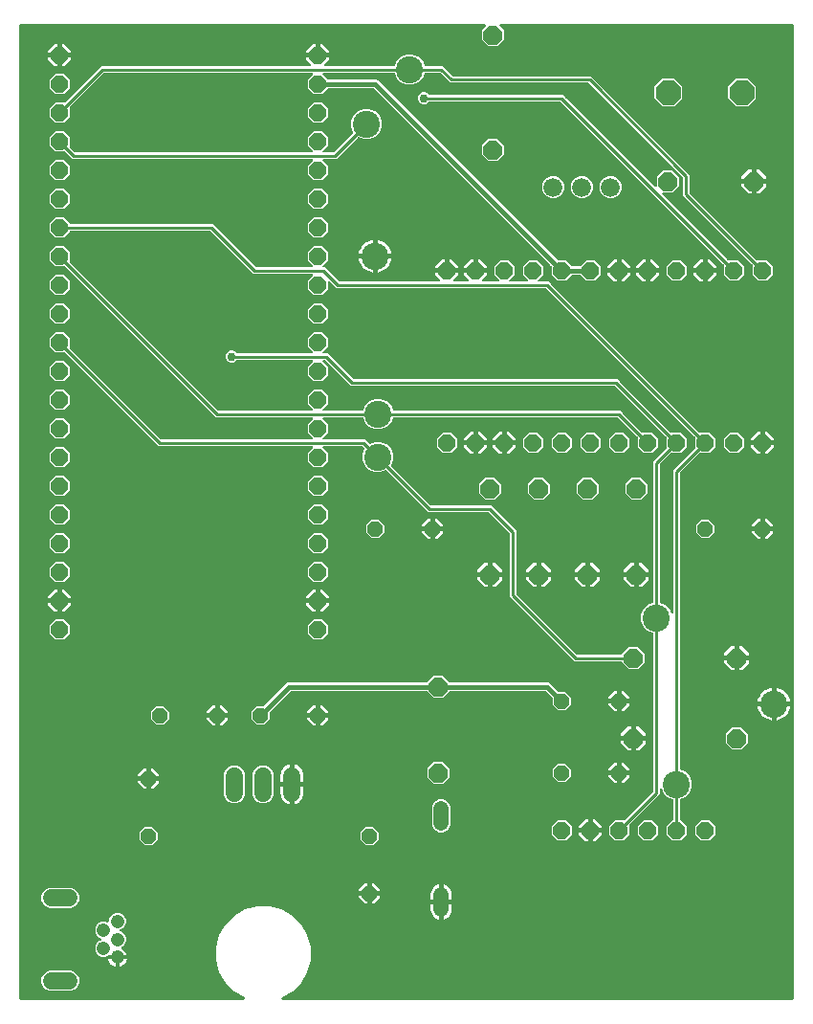
<source format=gbr>
G04 EAGLE Gerber RS-274X export*
G75*
%MOMM*%
%FSLAX34Y34*%
%LPD*%
%INBottom Copper*%
%IPPOS*%
%AMOC8*
5,1,8,0,0,1.08239X$1,22.5*%
G01*
%ADD10P,1.429621X8X22.500000*%
%ADD11C,1.524000*%
%ADD12P,1.632244X8X112.500000*%
%ADD13C,1.508000*%
%ADD14C,1.208000*%
%ADD15P,1.632244X8X202.500000*%
%ADD16P,1.632244X8X22.500000*%
%ADD17C,1.320800*%
%ADD18P,1.429621X8X292.500000*%
%ADD19P,1.814519X8X112.500000*%
%ADD20P,2.336880X8X22.500000*%
%ADD21P,1.814519X8X202.500000*%
%ADD22P,1.429621X8X112.500000*%
%ADD23C,1.676400*%
%ADD24C,2.400000*%
%ADD25C,0.457200*%
%ADD26C,0.254000*%
%ADD27C,0.756400*%

G36*
X201238Y104143D02*
X201238Y104143D01*
X201258Y104141D01*
X201379Y104163D01*
X201500Y104181D01*
X201518Y104189D01*
X201538Y104192D01*
X201648Y104247D01*
X201760Y104297D01*
X201775Y104309D01*
X201792Y104318D01*
X201883Y104401D01*
X201977Y104480D01*
X201988Y104497D01*
X202002Y104510D01*
X202066Y104615D01*
X202134Y104717D01*
X202140Y104736D01*
X202151Y104752D01*
X202183Y104871D01*
X202220Y104988D01*
X202221Y105008D01*
X202226Y105027D01*
X202224Y105149D01*
X202227Y105272D01*
X202223Y105291D01*
X202222Y105311D01*
X202187Y105429D01*
X202156Y105547D01*
X202146Y105564D01*
X202140Y105583D01*
X202073Y105686D01*
X202010Y105792D01*
X201996Y105805D01*
X201985Y105822D01*
X201929Y105868D01*
X201803Y105986D01*
X201758Y106010D01*
X201727Y106035D01*
X192706Y111243D01*
X184903Y119046D01*
X179385Y128603D01*
X176529Y139262D01*
X176529Y150298D01*
X179385Y160957D01*
X184903Y170514D01*
X192706Y178317D01*
X202263Y183835D01*
X212922Y186691D01*
X223958Y186691D01*
X234617Y183835D01*
X244174Y178317D01*
X251977Y170514D01*
X257495Y160957D01*
X260351Y150298D01*
X260351Y139262D01*
X257495Y128603D01*
X251977Y119046D01*
X244174Y111243D01*
X235153Y106035D01*
X235138Y106023D01*
X235120Y106015D01*
X235026Y105936D01*
X234930Y105860D01*
X234918Y105844D01*
X234903Y105831D01*
X234835Y105729D01*
X234763Y105630D01*
X234756Y105611D01*
X234746Y105595D01*
X234709Y105478D01*
X234667Y105362D01*
X234666Y105342D01*
X234660Y105324D01*
X234657Y105201D01*
X234649Y105078D01*
X234653Y105059D01*
X234653Y105040D01*
X234684Y104921D01*
X234710Y104801D01*
X234719Y104783D01*
X234724Y104765D01*
X234787Y104659D01*
X234846Y104551D01*
X234860Y104537D01*
X234870Y104520D01*
X234959Y104436D01*
X235046Y104349D01*
X235063Y104339D01*
X235077Y104326D01*
X235187Y104270D01*
X235294Y104210D01*
X235313Y104205D01*
X235330Y104196D01*
X235403Y104184D01*
X235570Y104145D01*
X235621Y104147D01*
X235661Y104141D01*
X687124Y104141D01*
X687182Y104149D01*
X687240Y104147D01*
X687322Y104169D01*
X687406Y104181D01*
X687459Y104204D01*
X687515Y104219D01*
X687588Y104262D01*
X687665Y104297D01*
X687710Y104335D01*
X687760Y104364D01*
X687818Y104426D01*
X687882Y104480D01*
X687914Y104529D01*
X687954Y104572D01*
X687993Y104647D01*
X688040Y104717D01*
X688057Y104773D01*
X688084Y104825D01*
X688095Y104893D01*
X688125Y104988D01*
X688128Y105088D01*
X688139Y105156D01*
X688139Y965964D01*
X688131Y966022D01*
X688133Y966080D01*
X688111Y966162D01*
X688099Y966246D01*
X688076Y966299D01*
X688061Y966355D01*
X688018Y966428D01*
X687983Y966505D01*
X687945Y966550D01*
X687916Y966600D01*
X687854Y966658D01*
X687800Y966722D01*
X687751Y966754D01*
X687708Y966794D01*
X687633Y966833D01*
X687563Y966880D01*
X687507Y966897D01*
X687455Y966924D01*
X687387Y966935D01*
X687292Y966965D01*
X687192Y966968D01*
X687124Y966979D01*
X428702Y966979D01*
X428673Y966975D01*
X428644Y966978D01*
X428533Y966955D01*
X428420Y966939D01*
X428394Y966927D01*
X428365Y966922D01*
X428264Y966870D01*
X428161Y966823D01*
X428139Y966804D01*
X428113Y966791D01*
X428031Y966713D01*
X427944Y966640D01*
X427928Y966615D01*
X427907Y966595D01*
X427849Y966497D01*
X427786Y966403D01*
X427778Y966375D01*
X427763Y966350D01*
X427735Y966240D01*
X427701Y966132D01*
X427700Y966102D01*
X427693Y966074D01*
X427696Y965961D01*
X427693Y965848D01*
X427701Y965819D01*
X427702Y965790D01*
X427737Y965682D01*
X427765Y965573D01*
X427780Y965547D01*
X427789Y965519D01*
X427835Y965456D01*
X427910Y965328D01*
X427956Y965285D01*
X427984Y965246D01*
X431547Y961683D01*
X431547Y953476D01*
X425744Y947673D01*
X417536Y947673D01*
X411733Y953476D01*
X411733Y961683D01*
X415296Y965246D01*
X415314Y965270D01*
X415336Y965289D01*
X415399Y965383D01*
X415467Y965473D01*
X415477Y965501D01*
X415494Y965525D01*
X415528Y965633D01*
X415568Y965739D01*
X415570Y965768D01*
X415579Y965796D01*
X415582Y965910D01*
X415592Y966022D01*
X415586Y966051D01*
X415587Y966080D01*
X415558Y966190D01*
X415536Y966301D01*
X415522Y966327D01*
X415515Y966355D01*
X415457Y966453D01*
X415405Y966553D01*
X415385Y966575D01*
X415370Y966600D01*
X415287Y966677D01*
X415209Y966759D01*
X415184Y966774D01*
X415162Y966794D01*
X415061Y966846D01*
X414964Y966903D01*
X414935Y966910D01*
X414909Y966924D01*
X414832Y966937D01*
X414688Y966973D01*
X414626Y966971D01*
X414578Y966979D01*
X3556Y966979D01*
X3498Y966971D01*
X3440Y966973D01*
X3358Y966951D01*
X3274Y966939D01*
X3221Y966916D01*
X3165Y966901D01*
X3092Y966858D01*
X3015Y966823D01*
X2970Y966785D01*
X2920Y966756D01*
X2862Y966694D01*
X2798Y966640D01*
X2766Y966591D01*
X2726Y966548D01*
X2687Y966473D01*
X2640Y966403D01*
X2623Y966347D01*
X2596Y966295D01*
X2585Y966227D01*
X2555Y966132D01*
X2552Y966032D01*
X2541Y965964D01*
X2541Y105156D01*
X2549Y105098D01*
X2547Y105040D01*
X2569Y104958D01*
X2581Y104874D01*
X2604Y104821D01*
X2619Y104765D01*
X2662Y104692D01*
X2697Y104615D01*
X2735Y104570D01*
X2764Y104520D01*
X2826Y104462D01*
X2880Y104398D01*
X2929Y104366D01*
X2972Y104326D01*
X3047Y104287D01*
X3117Y104240D01*
X3173Y104223D01*
X3225Y104196D01*
X3293Y104185D01*
X3388Y104155D01*
X3488Y104152D01*
X3556Y104141D01*
X201219Y104141D01*
X201238Y104143D01*
G37*
%LPC*%
G36*
X529645Y244935D02*
X529645Y244935D01*
X524335Y250245D01*
X524335Y257755D01*
X529645Y263065D01*
X537166Y263065D01*
X537203Y263026D01*
X537275Y262984D01*
X537343Y262933D01*
X537397Y262912D01*
X537448Y262883D01*
X537530Y262862D01*
X537608Y262832D01*
X537667Y262827D01*
X537723Y262812D01*
X537808Y262815D01*
X537892Y262808D01*
X537949Y262820D01*
X538008Y262821D01*
X538088Y262847D01*
X538170Y262864D01*
X538222Y262891D01*
X538278Y262909D01*
X538334Y262949D01*
X538423Y262995D01*
X538495Y263064D01*
X538551Y263104D01*
X563328Y287880D01*
X563380Y287950D01*
X563440Y288014D01*
X563466Y288063D01*
X563499Y288107D01*
X563530Y288189D01*
X563570Y288267D01*
X563578Y288315D01*
X563600Y288373D01*
X563612Y288521D01*
X563625Y288598D01*
X563625Y427800D01*
X563625Y427802D01*
X563625Y427803D01*
X563605Y427943D01*
X563585Y428082D01*
X563585Y428083D01*
X563585Y428085D01*
X563528Y428211D01*
X563469Y428341D01*
X563468Y428342D01*
X563467Y428344D01*
X563376Y428451D01*
X563286Y428558D01*
X563284Y428559D01*
X563283Y428560D01*
X563270Y428568D01*
X563049Y428716D01*
X563020Y428725D01*
X562999Y428738D01*
X558759Y430494D01*
X554954Y434299D01*
X552895Y439270D01*
X552895Y444650D01*
X554954Y449621D01*
X558759Y453426D01*
X562999Y455182D01*
X563000Y455183D01*
X563001Y455183D01*
X563120Y455253D01*
X563243Y455326D01*
X563244Y455327D01*
X563246Y455328D01*
X563343Y455432D01*
X563439Y455533D01*
X563439Y455534D01*
X563440Y455536D01*
X563505Y455661D01*
X563569Y455786D01*
X563569Y455787D01*
X563570Y455789D01*
X563572Y455804D01*
X563624Y456065D01*
X563621Y456095D01*
X563625Y456120D01*
X563625Y580278D01*
X565560Y582212D01*
X575096Y591749D01*
X575131Y591795D01*
X575174Y591836D01*
X575217Y591908D01*
X575267Y591976D01*
X575288Y592030D01*
X575318Y592081D01*
X575338Y592163D01*
X575368Y592241D01*
X575373Y592300D01*
X575388Y592356D01*
X575385Y592441D01*
X575392Y592525D01*
X575380Y592582D01*
X575379Y592641D01*
X575353Y592721D01*
X575336Y592803D01*
X575309Y592855D01*
X575307Y592862D01*
X575306Y592867D01*
X575305Y592869D01*
X575291Y592911D01*
X575251Y592967D01*
X575205Y593056D01*
X575174Y593088D01*
X575160Y593112D01*
X575135Y593135D01*
X575135Y600666D01*
X575174Y600703D01*
X575216Y600776D01*
X575267Y600843D01*
X575288Y600897D01*
X575317Y600948D01*
X575338Y601030D01*
X575368Y601108D01*
X575373Y601167D01*
X575388Y601223D01*
X575385Y601308D01*
X575392Y601392D01*
X575380Y601449D01*
X575379Y601508D01*
X575353Y601588D01*
X575336Y601670D01*
X575309Y601722D01*
X575291Y601778D01*
X575251Y601834D01*
X575205Y601923D01*
X575136Y601995D01*
X575096Y602051D01*
X530000Y647148D01*
X529930Y647200D01*
X529866Y647260D01*
X529817Y647286D01*
X529773Y647319D01*
X529691Y647350D01*
X529613Y647390D01*
X529565Y647398D01*
X529507Y647420D01*
X529359Y647432D01*
X529282Y647445D01*
X296022Y647445D01*
X273460Y670008D01*
X273390Y670060D01*
X273326Y670120D01*
X273277Y670146D01*
X273233Y670179D01*
X273151Y670210D01*
X273073Y670250D01*
X273025Y670258D01*
X272967Y670280D01*
X272819Y670292D01*
X272742Y670305D01*
X272065Y670305D01*
X272036Y670301D01*
X272007Y670304D01*
X271896Y670281D01*
X271784Y670265D01*
X271757Y670253D01*
X271728Y670248D01*
X271628Y670196D01*
X271524Y670149D01*
X271502Y670130D01*
X271476Y670117D01*
X271394Y670039D01*
X271307Y669966D01*
X271291Y669941D01*
X271270Y669921D01*
X271213Y669823D01*
X271150Y669729D01*
X271141Y669701D01*
X271126Y669676D01*
X271098Y669566D01*
X271064Y669458D01*
X271063Y669428D01*
X271056Y669400D01*
X271060Y669287D01*
X271057Y669174D01*
X271064Y669145D01*
X271065Y669116D01*
X271100Y669008D01*
X271128Y668899D01*
X271143Y668873D01*
X271152Y668845D01*
X271198Y668782D01*
X271274Y668654D01*
X271319Y668611D01*
X271347Y668572D01*
X275765Y664155D01*
X275765Y656645D01*
X270455Y651335D01*
X262945Y651335D01*
X257635Y656645D01*
X257635Y664155D01*
X262053Y668572D01*
X262070Y668596D01*
X262093Y668615D01*
X262155Y668709D01*
X262224Y668799D01*
X262234Y668827D01*
X262250Y668851D01*
X262285Y668959D01*
X262325Y669065D01*
X262327Y669094D01*
X262336Y669122D01*
X262339Y669236D01*
X262348Y669348D01*
X262343Y669377D01*
X262343Y669406D01*
X262315Y669516D01*
X262292Y669627D01*
X262279Y669653D01*
X262272Y669681D01*
X262214Y669779D01*
X262161Y669879D01*
X262141Y669901D01*
X262126Y669926D01*
X262044Y670003D01*
X261966Y670085D01*
X261940Y670100D01*
X261919Y670120D01*
X261818Y670172D01*
X261720Y670229D01*
X261692Y670236D01*
X261666Y670250D01*
X261588Y670263D01*
X261445Y670299D01*
X261382Y670297D01*
X261335Y670305D01*
X195631Y670305D01*
X195544Y670293D01*
X195457Y670290D01*
X195404Y670273D01*
X195349Y670265D01*
X195269Y670230D01*
X195186Y670203D01*
X195147Y670175D01*
X195090Y670149D01*
X194976Y670053D01*
X194913Y670008D01*
X193506Y668601D01*
X191556Y667793D01*
X189444Y667793D01*
X187494Y668601D01*
X186001Y670094D01*
X185193Y672044D01*
X185193Y674156D01*
X186001Y676106D01*
X187494Y677599D01*
X189444Y678407D01*
X191556Y678407D01*
X193506Y677599D01*
X194913Y676192D01*
X194983Y676140D01*
X195046Y676080D01*
X195096Y676054D01*
X195140Y676021D01*
X195222Y675990D01*
X195300Y675950D01*
X195347Y675942D01*
X195406Y675920D01*
X195553Y675908D01*
X195631Y675895D01*
X261335Y675895D01*
X261364Y675899D01*
X261393Y675896D01*
X261504Y675919D01*
X261616Y675935D01*
X261643Y675947D01*
X261672Y675952D01*
X261772Y676004D01*
X261876Y676051D01*
X261898Y676070D01*
X261924Y676083D01*
X262006Y676161D01*
X262093Y676234D01*
X262109Y676259D01*
X262130Y676279D01*
X262187Y676377D01*
X262250Y676471D01*
X262259Y676499D01*
X262274Y676524D01*
X262302Y676634D01*
X262336Y676742D01*
X262337Y676772D01*
X262344Y676800D01*
X262340Y676913D01*
X262343Y677026D01*
X262336Y677055D01*
X262335Y677084D01*
X262300Y677192D01*
X262272Y677301D01*
X262257Y677327D01*
X262248Y677355D01*
X262202Y677418D01*
X262126Y677546D01*
X262081Y677589D01*
X262053Y677628D01*
X257635Y682045D01*
X257635Y689555D01*
X262945Y694865D01*
X270455Y694865D01*
X275765Y689555D01*
X275765Y682045D01*
X271347Y677628D01*
X271330Y677604D01*
X271307Y677585D01*
X271245Y677491D01*
X271176Y677401D01*
X271166Y677373D01*
X271150Y677349D01*
X271115Y677241D01*
X271075Y677135D01*
X271073Y677106D01*
X271064Y677078D01*
X271061Y676964D01*
X271052Y676852D01*
X271057Y676823D01*
X271057Y676794D01*
X271085Y676684D01*
X271108Y676573D01*
X271121Y676547D01*
X271128Y676519D01*
X271186Y676421D01*
X271239Y676321D01*
X271259Y676299D01*
X271274Y676274D01*
X271356Y676197D01*
X271434Y676115D01*
X271460Y676100D01*
X271481Y676080D01*
X271582Y676028D01*
X271680Y675971D01*
X271708Y675964D01*
X271734Y675950D01*
X271812Y675937D01*
X271955Y675901D01*
X272018Y675903D01*
X272065Y675895D01*
X275478Y675895D01*
X298040Y653332D01*
X298110Y653280D01*
X298174Y653220D01*
X298223Y653194D01*
X298267Y653161D01*
X298349Y653130D01*
X298427Y653090D01*
X298475Y653082D01*
X298533Y653060D01*
X298681Y653048D01*
X298758Y653035D01*
X532018Y653035D01*
X533952Y651100D01*
X579049Y606004D01*
X579095Y605969D01*
X579136Y605926D01*
X579208Y605883D01*
X579276Y605833D01*
X579330Y605812D01*
X579381Y605782D01*
X579463Y605762D01*
X579541Y605732D01*
X579600Y605727D01*
X579656Y605712D01*
X579741Y605715D01*
X579825Y605708D01*
X579882Y605720D01*
X579941Y605721D01*
X580021Y605747D01*
X580103Y605764D01*
X580155Y605791D01*
X580211Y605809D01*
X580267Y605849D01*
X580356Y605895D01*
X580428Y605964D01*
X580430Y605965D01*
X587955Y605965D01*
X593265Y600655D01*
X593265Y593145D01*
X587955Y587835D01*
X580434Y587835D01*
X580397Y587874D01*
X580324Y587916D01*
X580257Y587967D01*
X580203Y587988D01*
X580152Y588017D01*
X580070Y588038D01*
X579992Y588068D01*
X579933Y588073D01*
X579877Y588088D01*
X579792Y588085D01*
X579708Y588092D01*
X579651Y588080D01*
X579592Y588079D01*
X579512Y588053D01*
X579430Y588036D01*
X579378Y588009D01*
X579322Y587991D01*
X579266Y587951D01*
X579177Y587905D01*
X579105Y587836D01*
X579049Y587796D01*
X569512Y578260D01*
X569460Y578190D01*
X569400Y578126D01*
X569374Y578077D01*
X569341Y578033D01*
X569310Y577951D01*
X569270Y577873D01*
X569262Y577825D01*
X569240Y577767D01*
X569228Y577619D01*
X569215Y577542D01*
X569215Y456120D01*
X569215Y456118D01*
X569215Y456117D01*
X569235Y455977D01*
X569255Y455838D01*
X569255Y455837D01*
X569255Y455835D01*
X569312Y455709D01*
X569371Y455579D01*
X569372Y455578D01*
X569373Y455576D01*
X569464Y455469D01*
X569554Y455362D01*
X569556Y455361D01*
X569557Y455360D01*
X569570Y455352D01*
X569791Y455204D01*
X569820Y455195D01*
X569841Y455182D01*
X574081Y453426D01*
X577886Y449621D01*
X579452Y445840D01*
X579496Y445766D01*
X579531Y445687D01*
X579568Y445644D01*
X579597Y445595D01*
X579659Y445536D01*
X579715Y445470D01*
X579762Y445439D01*
X579803Y445400D01*
X579880Y445360D01*
X579951Y445313D01*
X580005Y445295D01*
X580056Y445269D01*
X580140Y445253D01*
X580222Y445227D01*
X580279Y445225D01*
X580335Y445214D01*
X580420Y445222D01*
X580506Y445220D01*
X580561Y445234D01*
X580618Y445239D01*
X580698Y445270D01*
X580781Y445291D01*
X580830Y445320D01*
X580883Y445341D01*
X580952Y445393D01*
X581026Y445437D01*
X581065Y445478D01*
X581110Y445512D01*
X581162Y445581D01*
X581220Y445644D01*
X581246Y445695D01*
X581280Y445740D01*
X581311Y445821D01*
X581350Y445897D01*
X581358Y445946D01*
X581381Y446006D01*
X581388Y446103D01*
X581391Y446112D01*
X581392Y446151D01*
X581405Y446228D01*
X581405Y572658D01*
X583340Y574592D01*
X600496Y591749D01*
X600531Y591795D01*
X600574Y591836D01*
X600617Y591908D01*
X600667Y591976D01*
X600688Y592030D01*
X600718Y592081D01*
X600738Y592163D01*
X600768Y592241D01*
X600773Y592300D01*
X600788Y592356D01*
X600785Y592441D01*
X600792Y592525D01*
X600780Y592582D01*
X600779Y592641D01*
X600753Y592721D01*
X600736Y592803D01*
X600709Y592855D01*
X600707Y592862D01*
X600706Y592867D01*
X600705Y592869D01*
X600691Y592911D01*
X600651Y592967D01*
X600605Y593056D01*
X600574Y593088D01*
X600560Y593112D01*
X600535Y593135D01*
X600535Y600666D01*
X600574Y600703D01*
X600616Y600776D01*
X600667Y600843D01*
X600688Y600897D01*
X600717Y600948D01*
X600738Y601030D01*
X600768Y601108D01*
X600773Y601167D01*
X600788Y601223D01*
X600785Y601308D01*
X600792Y601392D01*
X600780Y601449D01*
X600779Y601508D01*
X600753Y601588D01*
X600736Y601670D01*
X600709Y601722D01*
X600691Y601778D01*
X600651Y601834D01*
X600605Y601923D01*
X600536Y601995D01*
X600496Y602051D01*
X469040Y733508D01*
X468970Y733560D01*
X468906Y733620D01*
X468857Y733646D01*
X468813Y733679D01*
X468731Y733710D01*
X468653Y733750D01*
X468605Y733758D01*
X468547Y733780D01*
X468399Y733792D01*
X468322Y733805D01*
X283322Y733805D01*
X277498Y739630D01*
X277474Y739647D01*
X277455Y739670D01*
X277361Y739733D01*
X277271Y739801D01*
X277243Y739811D01*
X277219Y739827D01*
X277111Y739862D01*
X277005Y739902D01*
X276976Y739904D01*
X276948Y739913D01*
X276834Y739916D01*
X276722Y739925D01*
X276693Y739920D01*
X276664Y739920D01*
X276554Y739892D01*
X276443Y739870D01*
X276417Y739856D01*
X276389Y739849D01*
X276291Y739791D01*
X276191Y739739D01*
X276169Y739718D01*
X276144Y739703D01*
X276067Y739621D01*
X275985Y739543D01*
X275970Y739517D01*
X275950Y739496D01*
X275898Y739395D01*
X275841Y739298D01*
X275834Y739269D01*
X275820Y739243D01*
X275807Y739166D01*
X275771Y739022D01*
X275773Y738960D01*
X275765Y738912D01*
X275765Y732845D01*
X270455Y727535D01*
X262945Y727535D01*
X257635Y732845D01*
X257635Y740355D01*
X262053Y744772D01*
X262070Y744796D01*
X262093Y744815D01*
X262155Y744909D01*
X262224Y744999D01*
X262234Y745027D01*
X262250Y745051D01*
X262285Y745159D01*
X262325Y745265D01*
X262327Y745294D01*
X262336Y745322D01*
X262339Y745435D01*
X262348Y745548D01*
X262343Y745577D01*
X262343Y745606D01*
X262315Y745716D01*
X262292Y745827D01*
X262279Y745853D01*
X262272Y745881D01*
X262214Y745979D01*
X262161Y746079D01*
X262141Y746101D01*
X262126Y746126D01*
X262044Y746203D01*
X261966Y746285D01*
X261940Y746300D01*
X261919Y746320D01*
X261818Y746372D01*
X261720Y746429D01*
X261692Y746436D01*
X261666Y746450D01*
X261588Y746463D01*
X261445Y746499D01*
X261382Y746497D01*
X261335Y746505D01*
X209662Y746505D01*
X171860Y784308D01*
X171790Y784360D01*
X171726Y784420D01*
X171677Y784446D01*
X171633Y784479D01*
X171551Y784510D01*
X171473Y784550D01*
X171425Y784558D01*
X171367Y784580D01*
X171219Y784592D01*
X171142Y784605D01*
X48180Y784605D01*
X48122Y784597D01*
X48064Y784599D01*
X47982Y784577D01*
X47898Y784565D01*
X47845Y784542D01*
X47789Y784527D01*
X47716Y784484D01*
X47639Y784449D01*
X47594Y784411D01*
X47544Y784382D01*
X47486Y784320D01*
X47422Y784266D01*
X47390Y784217D01*
X47350Y784174D01*
X47311Y784099D01*
X47264Y784029D01*
X47247Y783973D01*
X47220Y783921D01*
X47209Y783853D01*
X47179Y783758D01*
X47176Y783658D01*
X47176Y783656D01*
X41855Y778335D01*
X34345Y778335D01*
X29035Y783645D01*
X29035Y791155D01*
X34345Y796465D01*
X41855Y796465D01*
X47173Y791147D01*
X47171Y791094D01*
X47193Y791012D01*
X47205Y790928D01*
X47228Y790875D01*
X47243Y790819D01*
X47286Y790746D01*
X47321Y790669D01*
X47359Y790624D01*
X47388Y790574D01*
X47450Y790516D01*
X47504Y790452D01*
X47553Y790420D01*
X47596Y790380D01*
X47671Y790341D01*
X47741Y790294D01*
X47797Y790277D01*
X47849Y790250D01*
X47917Y790239D01*
X48012Y790209D01*
X48112Y790206D01*
X48180Y790195D01*
X173878Y790195D01*
X211680Y752392D01*
X211750Y752340D01*
X211814Y752280D01*
X211863Y752254D01*
X211907Y752221D01*
X211989Y752190D01*
X212067Y752150D01*
X212115Y752142D01*
X212173Y752120D01*
X212321Y752108D01*
X212398Y752095D01*
X261335Y752095D01*
X261364Y752099D01*
X261393Y752096D01*
X261504Y752119D01*
X261616Y752135D01*
X261643Y752147D01*
X261672Y752152D01*
X261772Y752204D01*
X261876Y752251D01*
X261898Y752270D01*
X261924Y752283D01*
X262006Y752361D01*
X262093Y752434D01*
X262109Y752459D01*
X262130Y752479D01*
X262187Y752577D01*
X262250Y752671D01*
X262259Y752699D01*
X262274Y752724D01*
X262302Y752834D01*
X262336Y752942D01*
X262337Y752972D01*
X262344Y753000D01*
X262340Y753113D01*
X262343Y753226D01*
X262336Y753255D01*
X262335Y753284D01*
X262300Y753392D01*
X262272Y753501D01*
X262257Y753527D01*
X262248Y753555D01*
X262202Y753618D01*
X262126Y753746D01*
X262081Y753789D01*
X262053Y753828D01*
X257635Y758245D01*
X257635Y765755D01*
X262945Y771065D01*
X270455Y771065D01*
X275765Y765755D01*
X275765Y758245D01*
X271347Y753828D01*
X271330Y753804D01*
X271307Y753785D01*
X271245Y753691D01*
X271176Y753601D01*
X271166Y753573D01*
X271150Y753549D01*
X271115Y753441D01*
X271075Y753335D01*
X271073Y753306D01*
X271064Y753278D01*
X271061Y753164D01*
X271052Y753052D01*
X271057Y753023D01*
X271057Y752994D01*
X271085Y752884D01*
X271108Y752773D01*
X271121Y752747D01*
X271128Y752719D01*
X271186Y752621D01*
X271239Y752521D01*
X271259Y752499D01*
X271274Y752474D01*
X271356Y752397D01*
X271434Y752315D01*
X271460Y752300D01*
X271481Y752280D01*
X271582Y752228D01*
X271680Y752171D01*
X271708Y752164D01*
X271734Y752150D01*
X271812Y752137D01*
X271955Y752101D01*
X272018Y752103D01*
X272065Y752095D01*
X272938Y752095D01*
X285340Y739692D01*
X285410Y739640D01*
X285474Y739580D01*
X285523Y739554D01*
X285567Y739521D01*
X285649Y739490D01*
X285727Y739450D01*
X285775Y739442D01*
X285833Y739420D01*
X285981Y739408D01*
X286058Y739395D01*
X374198Y739395D01*
X374227Y739399D01*
X374256Y739396D01*
X374367Y739419D01*
X374479Y739435D01*
X374506Y739447D01*
X374535Y739452D01*
X374635Y739504D01*
X374739Y739551D01*
X374761Y739570D01*
X374787Y739583D01*
X374869Y739661D01*
X374956Y739734D01*
X374972Y739759D01*
X374993Y739779D01*
X375051Y739877D01*
X375113Y739971D01*
X375122Y739999D01*
X375137Y740024D01*
X375165Y740134D01*
X375199Y740242D01*
X375200Y740272D01*
X375207Y740300D01*
X375204Y740413D01*
X375207Y740526D01*
X375199Y740555D01*
X375198Y740584D01*
X375163Y740692D01*
X375135Y740801D01*
X375120Y740827D01*
X375111Y740855D01*
X375065Y740918D01*
X374989Y741046D01*
X374944Y741089D01*
X374916Y741128D01*
X370919Y745124D01*
X370919Y747269D01*
X379984Y747269D01*
X380042Y747277D01*
X380100Y747275D01*
X380182Y747297D01*
X380265Y747309D01*
X380319Y747333D01*
X380375Y747347D01*
X380448Y747390D01*
X380525Y747425D01*
X380569Y747463D01*
X380620Y747493D01*
X380677Y747554D01*
X380742Y747609D01*
X380774Y747657D01*
X380814Y747700D01*
X380853Y747775D01*
X380899Y747845D01*
X380917Y747901D01*
X380944Y747953D01*
X380955Y748021D01*
X380985Y748116D01*
X380988Y748216D01*
X380999Y748284D01*
X380999Y749301D01*
X381001Y749301D01*
X381001Y748284D01*
X381009Y748226D01*
X381008Y748168D01*
X381029Y748086D01*
X381041Y748003D01*
X381065Y747949D01*
X381079Y747893D01*
X381122Y747820D01*
X381157Y747743D01*
X381195Y747698D01*
X381225Y747648D01*
X381286Y747590D01*
X381341Y747526D01*
X381389Y747494D01*
X381432Y747454D01*
X381507Y747415D01*
X381577Y747369D01*
X381633Y747351D01*
X381685Y747324D01*
X381753Y747313D01*
X381848Y747283D01*
X381948Y747280D01*
X382016Y747269D01*
X391081Y747269D01*
X391081Y745124D01*
X387084Y741128D01*
X387067Y741104D01*
X387044Y741085D01*
X386981Y740991D01*
X386913Y740901D01*
X386903Y740873D01*
X386887Y740849D01*
X386852Y740741D01*
X386812Y740635D01*
X386810Y740606D01*
X386801Y740578D01*
X386798Y740464D01*
X386788Y740352D01*
X386794Y740323D01*
X386793Y740294D01*
X386822Y740184D01*
X386844Y740073D01*
X386858Y740047D01*
X386865Y740019D01*
X386923Y739921D01*
X386975Y739821D01*
X386996Y739799D01*
X387011Y739774D01*
X387093Y739697D01*
X387171Y739615D01*
X387196Y739600D01*
X387218Y739580D01*
X387319Y739528D01*
X387416Y739471D01*
X387445Y739464D01*
X387471Y739450D01*
X387548Y739437D01*
X387692Y739401D01*
X387754Y739403D01*
X387802Y739395D01*
X399598Y739395D01*
X399627Y739399D01*
X399656Y739396D01*
X399767Y739419D01*
X399879Y739435D01*
X399906Y739447D01*
X399935Y739452D01*
X400035Y739504D01*
X400139Y739551D01*
X400161Y739570D01*
X400187Y739583D01*
X400269Y739661D01*
X400356Y739734D01*
X400372Y739759D01*
X400393Y739779D01*
X400451Y739877D01*
X400513Y739971D01*
X400522Y739999D01*
X400537Y740024D01*
X400565Y740134D01*
X400599Y740242D01*
X400600Y740272D01*
X400607Y740300D01*
X400604Y740413D01*
X400607Y740526D01*
X400599Y740555D01*
X400598Y740584D01*
X400563Y740692D01*
X400535Y740801D01*
X400520Y740827D01*
X400511Y740855D01*
X400465Y740918D01*
X400389Y741046D01*
X400344Y741089D01*
X400316Y741128D01*
X396319Y745124D01*
X396319Y747269D01*
X405384Y747269D01*
X405442Y747277D01*
X405500Y747275D01*
X405582Y747297D01*
X405665Y747309D01*
X405719Y747333D01*
X405775Y747347D01*
X405848Y747390D01*
X405925Y747425D01*
X405969Y747463D01*
X406020Y747493D01*
X406077Y747554D01*
X406142Y747609D01*
X406174Y747657D01*
X406214Y747700D01*
X406253Y747775D01*
X406299Y747845D01*
X406317Y747901D01*
X406344Y747953D01*
X406355Y748021D01*
X406385Y748116D01*
X406388Y748216D01*
X406399Y748284D01*
X406399Y749301D01*
X406401Y749301D01*
X406401Y748284D01*
X406409Y748226D01*
X406408Y748168D01*
X406429Y748086D01*
X406441Y748003D01*
X406465Y747949D01*
X406479Y747893D01*
X406522Y747820D01*
X406557Y747743D01*
X406595Y747698D01*
X406625Y747648D01*
X406686Y747590D01*
X406741Y747526D01*
X406789Y747494D01*
X406832Y747454D01*
X406907Y747415D01*
X406977Y747369D01*
X407033Y747351D01*
X407085Y747324D01*
X407153Y747313D01*
X407248Y747283D01*
X407348Y747280D01*
X407416Y747269D01*
X416481Y747269D01*
X416481Y745124D01*
X412484Y741128D01*
X412467Y741104D01*
X412444Y741085D01*
X412381Y740991D01*
X412313Y740901D01*
X412303Y740873D01*
X412287Y740849D01*
X412252Y740741D01*
X412212Y740635D01*
X412210Y740606D01*
X412201Y740578D01*
X412198Y740464D01*
X412188Y740352D01*
X412194Y740323D01*
X412193Y740294D01*
X412222Y740184D01*
X412244Y740073D01*
X412258Y740047D01*
X412265Y740019D01*
X412323Y739921D01*
X412375Y739821D01*
X412396Y739799D01*
X412411Y739774D01*
X412493Y739697D01*
X412571Y739615D01*
X412596Y739600D01*
X412618Y739580D01*
X412719Y739528D01*
X412816Y739471D01*
X412845Y739464D01*
X412871Y739450D01*
X412948Y739437D01*
X413092Y739401D01*
X413154Y739403D01*
X413202Y739395D01*
X426435Y739395D01*
X426464Y739399D01*
X426493Y739396D01*
X426604Y739419D01*
X426716Y739435D01*
X426743Y739447D01*
X426772Y739452D01*
X426872Y739504D01*
X426976Y739551D01*
X426998Y739570D01*
X427024Y739583D01*
X427106Y739661D01*
X427193Y739734D01*
X427209Y739759D01*
X427230Y739779D01*
X427287Y739877D01*
X427350Y739971D01*
X427359Y739999D01*
X427374Y740024D01*
X427402Y740134D01*
X427436Y740242D01*
X427437Y740272D01*
X427444Y740300D01*
X427440Y740413D01*
X427443Y740526D01*
X427436Y740555D01*
X427435Y740584D01*
X427400Y740692D01*
X427372Y740801D01*
X427357Y740827D01*
X427348Y740855D01*
X427302Y740918D01*
X427226Y741046D01*
X427181Y741089D01*
X427153Y741128D01*
X422735Y745545D01*
X422735Y753055D01*
X428045Y758365D01*
X435555Y758365D01*
X440865Y753055D01*
X440865Y745545D01*
X436447Y741128D01*
X436430Y741104D01*
X436407Y741085D01*
X436345Y740991D01*
X436276Y740901D01*
X436266Y740873D01*
X436250Y740849D01*
X436215Y740741D01*
X436175Y740635D01*
X436173Y740606D01*
X436164Y740578D01*
X436161Y740464D01*
X436152Y740352D01*
X436157Y740323D01*
X436157Y740294D01*
X436185Y740184D01*
X436208Y740073D01*
X436221Y740047D01*
X436228Y740019D01*
X436286Y739921D01*
X436339Y739821D01*
X436359Y739799D01*
X436374Y739774D01*
X436456Y739697D01*
X436534Y739615D01*
X436560Y739600D01*
X436581Y739580D01*
X436682Y739528D01*
X436780Y739471D01*
X436808Y739464D01*
X436834Y739450D01*
X436912Y739437D01*
X437055Y739401D01*
X437118Y739403D01*
X437165Y739395D01*
X451835Y739395D01*
X451864Y739399D01*
X451893Y739396D01*
X452004Y739419D01*
X452116Y739435D01*
X452143Y739447D01*
X452172Y739452D01*
X452272Y739504D01*
X452376Y739551D01*
X452398Y739570D01*
X452424Y739583D01*
X452506Y739661D01*
X452593Y739734D01*
X452609Y739759D01*
X452630Y739779D01*
X452687Y739877D01*
X452750Y739971D01*
X452759Y739999D01*
X452774Y740024D01*
X452802Y740134D01*
X452836Y740242D01*
X452837Y740272D01*
X452844Y740300D01*
X452840Y740413D01*
X452843Y740526D01*
X452836Y740555D01*
X452835Y740584D01*
X452800Y740692D01*
X452772Y740801D01*
X452757Y740827D01*
X452748Y740855D01*
X452702Y740918D01*
X452626Y741046D01*
X452581Y741089D01*
X452553Y741128D01*
X448135Y745545D01*
X448135Y753055D01*
X453445Y758365D01*
X460955Y758365D01*
X466265Y753055D01*
X466265Y745545D01*
X461847Y741128D01*
X461830Y741104D01*
X461807Y741085D01*
X461745Y740991D01*
X461676Y740901D01*
X461666Y740873D01*
X461650Y740849D01*
X461615Y740741D01*
X461575Y740635D01*
X461573Y740606D01*
X461564Y740578D01*
X461561Y740464D01*
X461552Y740352D01*
X461557Y740323D01*
X461557Y740294D01*
X461585Y740184D01*
X461608Y740073D01*
X461621Y740047D01*
X461628Y740019D01*
X461686Y739921D01*
X461739Y739821D01*
X461759Y739799D01*
X461774Y739774D01*
X461856Y739697D01*
X461934Y739615D01*
X461960Y739600D01*
X461981Y739580D01*
X462082Y739528D01*
X462180Y739471D01*
X462208Y739464D01*
X462234Y739450D01*
X462312Y739437D01*
X462455Y739401D01*
X462518Y739403D01*
X462565Y739395D01*
X471058Y739395D01*
X472992Y737460D01*
X604449Y606004D01*
X604495Y605969D01*
X604536Y605926D01*
X604608Y605883D01*
X604676Y605833D01*
X604730Y605812D01*
X604781Y605782D01*
X604863Y605762D01*
X604941Y605732D01*
X605000Y605727D01*
X605056Y605712D01*
X605141Y605715D01*
X605225Y605708D01*
X605282Y605720D01*
X605341Y605721D01*
X605421Y605747D01*
X605503Y605764D01*
X605555Y605791D01*
X605611Y605809D01*
X605667Y605849D01*
X605756Y605895D01*
X605828Y605964D01*
X605830Y605965D01*
X613355Y605965D01*
X618665Y600655D01*
X618665Y593145D01*
X613355Y587835D01*
X605834Y587835D01*
X605797Y587874D01*
X605724Y587916D01*
X605657Y587967D01*
X605603Y587988D01*
X605552Y588017D01*
X605470Y588038D01*
X605392Y588068D01*
X605333Y588073D01*
X605277Y588088D01*
X605192Y588085D01*
X605108Y588092D01*
X605051Y588080D01*
X604992Y588079D01*
X604912Y588053D01*
X604830Y588036D01*
X604778Y588009D01*
X604722Y587991D01*
X604666Y587951D01*
X604577Y587905D01*
X604505Y587836D01*
X604449Y587796D01*
X587292Y570640D01*
X587240Y570570D01*
X587180Y570506D01*
X587154Y570457D01*
X587121Y570413D01*
X587090Y570331D01*
X587050Y570253D01*
X587042Y570205D01*
X587020Y570147D01*
X587008Y569999D01*
X586995Y569922D01*
X586995Y308800D01*
X586995Y308798D01*
X586995Y308797D01*
X587015Y308657D01*
X587035Y308518D01*
X587035Y308517D01*
X587035Y308515D01*
X587092Y308389D01*
X587151Y308259D01*
X587152Y308258D01*
X587153Y308256D01*
X587244Y308149D01*
X587334Y308042D01*
X587336Y308041D01*
X587337Y308040D01*
X587350Y308032D01*
X587571Y307884D01*
X587600Y307875D01*
X587621Y307862D01*
X591861Y306106D01*
X595666Y302301D01*
X597725Y297330D01*
X597725Y291950D01*
X595666Y286979D01*
X591861Y283174D01*
X587621Y281418D01*
X587620Y281417D01*
X587619Y281417D01*
X587500Y281347D01*
X587377Y281274D01*
X587376Y281273D01*
X587374Y281272D01*
X587277Y281168D01*
X587181Y281067D01*
X587181Y281066D01*
X587180Y281064D01*
X587115Y280939D01*
X587051Y280814D01*
X587051Y280813D01*
X587050Y280811D01*
X587048Y280796D01*
X586996Y280535D01*
X586999Y280505D01*
X586995Y280480D01*
X586995Y264080D01*
X587003Y264022D01*
X587001Y263964D01*
X587023Y263882D01*
X587035Y263798D01*
X587058Y263745D01*
X587073Y263689D01*
X587116Y263616D01*
X587151Y263539D01*
X587189Y263494D01*
X587218Y263444D01*
X587280Y263386D01*
X587334Y263322D01*
X587383Y263290D01*
X587426Y263250D01*
X587501Y263211D01*
X587571Y263164D01*
X587627Y263147D01*
X587679Y263120D01*
X587747Y263109D01*
X587842Y263079D01*
X587942Y263076D01*
X587944Y263076D01*
X593265Y257755D01*
X593265Y250245D01*
X587955Y244935D01*
X580445Y244935D01*
X575135Y250245D01*
X575135Y257755D01*
X580453Y263073D01*
X580506Y263071D01*
X580588Y263093D01*
X580672Y263105D01*
X580725Y263128D01*
X580781Y263143D01*
X580854Y263186D01*
X580931Y263221D01*
X580976Y263259D01*
X581026Y263288D01*
X581084Y263350D01*
X581148Y263404D01*
X581180Y263453D01*
X581220Y263496D01*
X581259Y263571D01*
X581306Y263641D01*
X581323Y263697D01*
X581350Y263749D01*
X581361Y263817D01*
X581391Y263912D01*
X581394Y264012D01*
X581405Y264080D01*
X581405Y280480D01*
X581405Y280482D01*
X581405Y280483D01*
X581385Y280623D01*
X581365Y280762D01*
X581365Y280763D01*
X581365Y280765D01*
X581308Y280891D01*
X581249Y281021D01*
X581248Y281022D01*
X581247Y281024D01*
X581156Y281131D01*
X581066Y281238D01*
X581064Y281239D01*
X581063Y281240D01*
X581050Y281248D01*
X580829Y281396D01*
X580800Y281405D01*
X580779Y281418D01*
X576539Y283174D01*
X572734Y286979D01*
X571168Y290760D01*
X571124Y290834D01*
X571089Y290913D01*
X571052Y290956D01*
X571023Y291005D01*
X570961Y291064D01*
X570905Y291130D01*
X570858Y291161D01*
X570817Y291200D01*
X570740Y291240D01*
X570669Y291287D01*
X570615Y291305D01*
X570564Y291331D01*
X570480Y291347D01*
X570398Y291373D01*
X570341Y291375D01*
X570285Y291386D01*
X570200Y291378D01*
X570114Y291380D01*
X570059Y291366D01*
X570002Y291361D01*
X569922Y291330D01*
X569839Y291309D01*
X569790Y291280D01*
X569737Y291259D01*
X569668Y291207D01*
X569594Y291163D01*
X569555Y291122D01*
X569510Y291088D01*
X569458Y291019D01*
X569400Y290956D01*
X569374Y290905D01*
X569340Y290860D01*
X569309Y290779D01*
X569270Y290703D01*
X569262Y290654D01*
X569239Y290594D01*
X569228Y290449D01*
X569215Y290372D01*
X569215Y285862D01*
X567280Y283928D01*
X542504Y259151D01*
X542494Y259139D01*
X542489Y259134D01*
X542474Y259112D01*
X542469Y259105D01*
X542426Y259064D01*
X542384Y258992D01*
X542333Y258924D01*
X542312Y258870D01*
X542282Y258819D01*
X542262Y258737D01*
X542232Y258659D01*
X542227Y258600D01*
X542212Y258544D01*
X542215Y258459D01*
X542208Y258375D01*
X542220Y258318D01*
X542221Y258259D01*
X542247Y258179D01*
X542264Y258097D01*
X542291Y258045D01*
X542309Y257989D01*
X542349Y257933D01*
X542395Y257844D01*
X542464Y257772D01*
X542465Y257770D01*
X542465Y250245D01*
X537155Y244935D01*
X529645Y244935D01*
G37*
%LPD*%
%LPC*%
G36*
X541996Y396493D02*
X541996Y396493D01*
X536193Y402296D01*
X536193Y402590D01*
X536185Y402648D01*
X536187Y402706D01*
X536165Y402788D01*
X536153Y402872D01*
X536130Y402925D01*
X536115Y402981D01*
X536072Y403054D01*
X536037Y403131D01*
X535999Y403176D01*
X535970Y403226D01*
X535908Y403284D01*
X535854Y403348D01*
X535805Y403380D01*
X535762Y403420D01*
X535687Y403459D01*
X535617Y403506D01*
X535561Y403523D01*
X535509Y403550D01*
X535441Y403561D01*
X535346Y403591D01*
X535246Y403594D01*
X535178Y403605D01*
X494142Y403605D01*
X436625Y461122D01*
X436625Y516582D01*
X436613Y516668D01*
X436610Y516756D01*
X436593Y516809D01*
X436585Y516863D01*
X436550Y516943D01*
X436523Y517026D01*
X436495Y517066D01*
X436469Y517123D01*
X436373Y517236D01*
X436328Y517300D01*
X418240Y535388D01*
X418170Y535440D01*
X418106Y535500D01*
X418057Y535526D01*
X418013Y535559D01*
X417931Y535590D01*
X417853Y535630D01*
X417805Y535638D01*
X417747Y535660D01*
X417599Y535672D01*
X417522Y535685D01*
X364602Y535685D01*
X328076Y572211D01*
X328075Y572212D01*
X328074Y572214D01*
X327958Y572300D01*
X327849Y572382D01*
X327848Y572383D01*
X327846Y572384D01*
X327714Y572434D01*
X327583Y572483D01*
X327582Y572484D01*
X327580Y572484D01*
X327436Y572496D01*
X327300Y572507D01*
X327299Y572507D01*
X327297Y572507D01*
X327281Y572503D01*
X327021Y572451D01*
X326994Y572437D01*
X326970Y572431D01*
X322730Y570675D01*
X317350Y570675D01*
X312379Y572734D01*
X308574Y576539D01*
X306515Y581510D01*
X306515Y586890D01*
X308271Y591130D01*
X308272Y591132D01*
X308273Y591133D01*
X308306Y591266D01*
X308342Y591405D01*
X308342Y591407D01*
X308343Y591408D01*
X308338Y591549D01*
X308334Y591689D01*
X308334Y591691D01*
X308334Y591692D01*
X308290Y591828D01*
X308248Y591960D01*
X308247Y591961D01*
X308246Y591963D01*
X308237Y591976D01*
X308089Y592196D01*
X308066Y592216D01*
X308051Y592236D01*
X306480Y593808D01*
X306410Y593860D01*
X306346Y593920D01*
X306297Y593946D01*
X306253Y593979D01*
X306171Y594010D01*
X306093Y594050D01*
X306045Y594058D01*
X305987Y594080D01*
X305839Y594092D01*
X305762Y594105D01*
X272065Y594105D01*
X272036Y594101D01*
X272007Y594104D01*
X271896Y594081D01*
X271784Y594065D01*
X271757Y594053D01*
X271728Y594048D01*
X271628Y593996D01*
X271524Y593949D01*
X271502Y593930D01*
X271476Y593917D01*
X271394Y593839D01*
X271307Y593766D01*
X271291Y593741D01*
X271270Y593721D01*
X271213Y593623D01*
X271150Y593529D01*
X271141Y593501D01*
X271126Y593476D01*
X271098Y593366D01*
X271064Y593258D01*
X271063Y593228D01*
X271056Y593200D01*
X271060Y593087D01*
X271057Y592974D01*
X271064Y592945D01*
X271065Y592916D01*
X271100Y592808D01*
X271128Y592699D01*
X271143Y592673D01*
X271152Y592645D01*
X271198Y592582D01*
X271274Y592454D01*
X271319Y592411D01*
X271347Y592372D01*
X275765Y587955D01*
X275765Y580445D01*
X270455Y575135D01*
X262945Y575135D01*
X257635Y580445D01*
X257635Y587955D01*
X262053Y592372D01*
X262070Y592396D01*
X262093Y592415D01*
X262155Y592509D01*
X262224Y592599D01*
X262234Y592627D01*
X262250Y592651D01*
X262285Y592759D01*
X262325Y592865D01*
X262327Y592894D01*
X262336Y592922D01*
X262339Y593036D01*
X262348Y593148D01*
X262343Y593177D01*
X262343Y593206D01*
X262315Y593316D01*
X262292Y593427D01*
X262279Y593453D01*
X262272Y593481D01*
X262214Y593579D01*
X262161Y593679D01*
X262141Y593701D01*
X262126Y593726D01*
X262044Y593803D01*
X261966Y593885D01*
X261940Y593900D01*
X261919Y593920D01*
X261818Y593972D01*
X261720Y594029D01*
X261692Y594036D01*
X261666Y594050D01*
X261588Y594063D01*
X261445Y594099D01*
X261382Y594097D01*
X261335Y594105D01*
X125842Y594105D01*
X123908Y596040D01*
X43251Y676696D01*
X43205Y676731D01*
X43164Y676774D01*
X43092Y676817D01*
X43024Y676867D01*
X42970Y676888D01*
X42919Y676918D01*
X42837Y676938D01*
X42759Y676968D01*
X42700Y676973D01*
X42644Y676988D01*
X42559Y676985D01*
X42475Y676992D01*
X42418Y676980D01*
X42359Y676979D01*
X42279Y676953D01*
X42197Y676936D01*
X42145Y676909D01*
X42089Y676891D01*
X42033Y676851D01*
X41944Y676805D01*
X41872Y676736D01*
X41870Y676735D01*
X34345Y676735D01*
X29035Y682045D01*
X29035Y689555D01*
X34345Y694865D01*
X41855Y694865D01*
X47165Y689555D01*
X47165Y682034D01*
X47126Y681997D01*
X47084Y681924D01*
X47033Y681857D01*
X47012Y681803D01*
X46983Y681752D01*
X46962Y681670D01*
X46932Y681592D01*
X46927Y681533D01*
X46912Y681477D01*
X46915Y681392D01*
X46908Y681308D01*
X46920Y681251D01*
X46921Y681192D01*
X46947Y681112D01*
X46964Y681030D01*
X46991Y680978D01*
X47009Y680922D01*
X47049Y680866D01*
X47095Y680777D01*
X47164Y680705D01*
X47204Y680649D01*
X127860Y599992D01*
X127930Y599940D01*
X127994Y599880D01*
X128043Y599854D01*
X128087Y599821D01*
X128169Y599790D01*
X128247Y599750D01*
X128295Y599742D01*
X128353Y599720D01*
X128501Y599708D01*
X128578Y599695D01*
X261335Y599695D01*
X261364Y599699D01*
X261393Y599696D01*
X261504Y599719D01*
X261616Y599735D01*
X261643Y599747D01*
X261672Y599752D01*
X261772Y599804D01*
X261876Y599851D01*
X261898Y599870D01*
X261924Y599883D01*
X262006Y599961D01*
X262093Y600034D01*
X262109Y600059D01*
X262130Y600079D01*
X262187Y600177D01*
X262250Y600271D01*
X262259Y600299D01*
X262274Y600324D01*
X262302Y600434D01*
X262336Y600542D01*
X262337Y600572D01*
X262344Y600600D01*
X262340Y600713D01*
X262343Y600826D01*
X262336Y600855D01*
X262335Y600884D01*
X262300Y600992D01*
X262272Y601101D01*
X262257Y601127D01*
X262248Y601155D01*
X262202Y601218D01*
X262126Y601346D01*
X262081Y601389D01*
X262053Y601428D01*
X257635Y605845D01*
X257635Y613355D01*
X262053Y617772D01*
X262070Y617796D01*
X262093Y617815D01*
X262155Y617909D01*
X262224Y617999D01*
X262234Y618027D01*
X262250Y618051D01*
X262285Y618159D01*
X262325Y618265D01*
X262327Y618294D01*
X262336Y618322D01*
X262339Y618436D01*
X262348Y618548D01*
X262343Y618577D01*
X262343Y618606D01*
X262315Y618716D01*
X262292Y618827D01*
X262279Y618853D01*
X262272Y618881D01*
X262214Y618979D01*
X262161Y619079D01*
X262141Y619101D01*
X262126Y619126D01*
X262044Y619203D01*
X261966Y619285D01*
X261940Y619300D01*
X261919Y619320D01*
X261818Y619372D01*
X261720Y619429D01*
X261692Y619436D01*
X261666Y619450D01*
X261588Y619463D01*
X261445Y619499D01*
X261382Y619497D01*
X261335Y619505D01*
X176642Y619505D01*
X174708Y621440D01*
X43251Y752896D01*
X43205Y752931D01*
X43164Y752974D01*
X43092Y753017D01*
X43024Y753067D01*
X42970Y753088D01*
X42919Y753118D01*
X42837Y753138D01*
X42759Y753168D01*
X42700Y753173D01*
X42644Y753188D01*
X42559Y753185D01*
X42475Y753192D01*
X42418Y753180D01*
X42359Y753179D01*
X42279Y753153D01*
X42197Y753136D01*
X42145Y753109D01*
X42089Y753091D01*
X42033Y753051D01*
X41944Y753005D01*
X41872Y752936D01*
X41870Y752935D01*
X34345Y752935D01*
X29035Y758245D01*
X29035Y765755D01*
X34345Y771065D01*
X41855Y771065D01*
X47165Y765755D01*
X47165Y758234D01*
X47126Y758197D01*
X47084Y758124D01*
X47033Y758057D01*
X47012Y758003D01*
X46983Y757952D01*
X46962Y757870D01*
X46932Y757792D01*
X46927Y757733D01*
X46912Y757677D01*
X46915Y757592D01*
X46908Y757508D01*
X46920Y757451D01*
X46921Y757392D01*
X46947Y757312D01*
X46964Y757230D01*
X46991Y757178D01*
X47009Y757122D01*
X47049Y757066D01*
X47095Y756977D01*
X47164Y756905D01*
X47204Y756849D01*
X178660Y625392D01*
X178730Y625340D01*
X178794Y625280D01*
X178843Y625254D01*
X178887Y625221D01*
X178969Y625190D01*
X179047Y625150D01*
X179095Y625142D01*
X179153Y625120D01*
X179301Y625108D01*
X179378Y625095D01*
X261335Y625095D01*
X261364Y625099D01*
X261393Y625096D01*
X261504Y625119D01*
X261616Y625135D01*
X261643Y625147D01*
X261672Y625152D01*
X261772Y625204D01*
X261876Y625251D01*
X261898Y625270D01*
X261924Y625283D01*
X262006Y625361D01*
X262093Y625434D01*
X262109Y625459D01*
X262130Y625479D01*
X262187Y625577D01*
X262250Y625671D01*
X262259Y625699D01*
X262274Y625724D01*
X262302Y625834D01*
X262336Y625942D01*
X262337Y625972D01*
X262344Y626000D01*
X262340Y626113D01*
X262343Y626226D01*
X262336Y626255D01*
X262335Y626284D01*
X262300Y626392D01*
X262272Y626501D01*
X262257Y626527D01*
X262248Y626555D01*
X262202Y626618D01*
X262126Y626746D01*
X262081Y626789D01*
X262053Y626828D01*
X257635Y631245D01*
X257635Y638755D01*
X262945Y644065D01*
X270455Y644065D01*
X275765Y638755D01*
X275765Y631245D01*
X271347Y626828D01*
X271330Y626804D01*
X271307Y626785D01*
X271245Y626691D01*
X271176Y626601D01*
X271166Y626573D01*
X271150Y626549D01*
X271115Y626441D01*
X271075Y626335D01*
X271073Y626306D01*
X271064Y626278D01*
X271061Y626164D01*
X271052Y626052D01*
X271057Y626023D01*
X271057Y625994D01*
X271085Y625884D01*
X271108Y625773D01*
X271121Y625747D01*
X271128Y625719D01*
X271186Y625621D01*
X271239Y625521D01*
X271259Y625499D01*
X271274Y625474D01*
X271356Y625397D01*
X271434Y625315D01*
X271460Y625300D01*
X271481Y625280D01*
X271582Y625228D01*
X271680Y625171D01*
X271708Y625164D01*
X271734Y625150D01*
X271812Y625137D01*
X271955Y625101D01*
X272018Y625103D01*
X272065Y625095D01*
X305880Y625095D01*
X305882Y625095D01*
X305883Y625095D01*
X306023Y625115D01*
X306162Y625135D01*
X306163Y625135D01*
X306165Y625135D01*
X306291Y625192D01*
X306421Y625251D01*
X306422Y625252D01*
X306424Y625253D01*
X306531Y625343D01*
X306638Y625434D01*
X306639Y625436D01*
X306640Y625437D01*
X306648Y625450D01*
X306796Y625671D01*
X306805Y625700D01*
X306818Y625721D01*
X308574Y629961D01*
X312379Y633766D01*
X317350Y635825D01*
X322730Y635825D01*
X327701Y633766D01*
X331506Y629961D01*
X333262Y625721D01*
X333263Y625720D01*
X333263Y625719D01*
X333336Y625596D01*
X333406Y625477D01*
X333407Y625476D01*
X333408Y625474D01*
X333512Y625377D01*
X333613Y625281D01*
X333614Y625281D01*
X333616Y625280D01*
X333741Y625215D01*
X333866Y625151D01*
X333867Y625151D01*
X333869Y625150D01*
X333884Y625148D01*
X334145Y625096D01*
X334175Y625099D01*
X334200Y625095D01*
X534558Y625095D01*
X536492Y623160D01*
X553649Y606004D01*
X553695Y605969D01*
X553736Y605926D01*
X553808Y605884D01*
X553876Y605833D01*
X553930Y605812D01*
X553981Y605782D01*
X554063Y605762D01*
X554141Y605732D01*
X554200Y605727D01*
X554256Y605712D01*
X554341Y605715D01*
X554425Y605708D01*
X554482Y605720D01*
X554541Y605721D01*
X554621Y605747D01*
X554703Y605764D01*
X554755Y605791D01*
X554811Y605809D01*
X554867Y605849D01*
X554956Y605895D01*
X555028Y605964D01*
X555030Y605965D01*
X562555Y605965D01*
X567865Y600655D01*
X567865Y593145D01*
X562555Y587835D01*
X555045Y587835D01*
X549735Y593145D01*
X549735Y600666D01*
X549774Y600703D01*
X549816Y600775D01*
X549867Y600843D01*
X549888Y600897D01*
X549917Y600948D01*
X549938Y601030D01*
X549968Y601108D01*
X549973Y601167D01*
X549988Y601223D01*
X549985Y601308D01*
X549992Y601392D01*
X549980Y601449D01*
X549979Y601508D01*
X549953Y601588D01*
X549936Y601670D01*
X549909Y601722D01*
X549891Y601778D01*
X549851Y601834D01*
X549805Y601923D01*
X549736Y601995D01*
X549696Y602051D01*
X532540Y619208D01*
X532470Y619260D01*
X532406Y619320D01*
X532357Y619346D01*
X532313Y619379D01*
X532231Y619410D01*
X532153Y619450D01*
X532105Y619458D01*
X532047Y619480D01*
X531899Y619492D01*
X531822Y619505D01*
X334200Y619505D01*
X334198Y619505D01*
X334197Y619505D01*
X334057Y619485D01*
X333918Y619465D01*
X333917Y619465D01*
X333915Y619465D01*
X333789Y619408D01*
X333659Y619349D01*
X333658Y619348D01*
X333656Y619347D01*
X333549Y619256D01*
X333442Y619166D01*
X333441Y619164D01*
X333440Y619163D01*
X333432Y619150D01*
X333284Y618929D01*
X333275Y618900D01*
X333262Y618879D01*
X331506Y614639D01*
X327701Y610834D01*
X322730Y608775D01*
X317350Y608775D01*
X312379Y610834D01*
X308574Y614639D01*
X306818Y618879D01*
X306817Y618880D01*
X306817Y618881D01*
X306747Y619000D01*
X306674Y619123D01*
X306673Y619124D01*
X306672Y619126D01*
X306568Y619223D01*
X306467Y619319D01*
X306466Y619319D01*
X306464Y619320D01*
X306339Y619385D01*
X306214Y619449D01*
X306213Y619449D01*
X306211Y619450D01*
X306196Y619452D01*
X305935Y619504D01*
X305905Y619501D01*
X305880Y619505D01*
X272065Y619505D01*
X272036Y619501D01*
X272007Y619504D01*
X271896Y619481D01*
X271784Y619465D01*
X271757Y619453D01*
X271728Y619448D01*
X271628Y619396D01*
X271524Y619349D01*
X271502Y619330D01*
X271476Y619317D01*
X271394Y619239D01*
X271307Y619166D01*
X271291Y619141D01*
X271270Y619121D01*
X271213Y619023D01*
X271150Y618929D01*
X271141Y618901D01*
X271126Y618876D01*
X271098Y618766D01*
X271064Y618658D01*
X271063Y618628D01*
X271056Y618600D01*
X271060Y618487D01*
X271057Y618374D01*
X271064Y618345D01*
X271065Y618316D01*
X271100Y618208D01*
X271128Y618099D01*
X271143Y618073D01*
X271152Y618045D01*
X271198Y617982D01*
X271274Y617854D01*
X271319Y617811D01*
X271347Y617772D01*
X275765Y613355D01*
X275765Y605845D01*
X271347Y601428D01*
X271330Y601404D01*
X271307Y601385D01*
X271245Y601291D01*
X271176Y601201D01*
X271166Y601173D01*
X271150Y601149D01*
X271115Y601041D01*
X271075Y600935D01*
X271073Y600906D01*
X271064Y600878D01*
X271061Y600764D01*
X271052Y600652D01*
X271057Y600623D01*
X271057Y600594D01*
X271085Y600484D01*
X271108Y600373D01*
X271121Y600347D01*
X271128Y600319D01*
X271186Y600221D01*
X271239Y600121D01*
X271259Y600099D01*
X271274Y600074D01*
X271356Y599997D01*
X271434Y599915D01*
X271460Y599900D01*
X271481Y599880D01*
X271582Y599828D01*
X271680Y599771D01*
X271708Y599764D01*
X271734Y599750D01*
X271812Y599737D01*
X271955Y599701D01*
X272018Y599703D01*
X272065Y599695D01*
X308498Y599695D01*
X312004Y596189D01*
X312005Y596188D01*
X312006Y596186D01*
X312119Y596102D01*
X312231Y596018D01*
X312232Y596017D01*
X312234Y596016D01*
X312366Y595966D01*
X312497Y595917D01*
X312498Y595916D01*
X312500Y595916D01*
X312644Y595904D01*
X312780Y595893D01*
X312781Y595893D01*
X312783Y595893D01*
X312799Y595897D01*
X313059Y595949D01*
X313086Y595963D01*
X313110Y595969D01*
X317350Y597725D01*
X322730Y597725D01*
X327701Y595666D01*
X331506Y591861D01*
X333565Y586890D01*
X333565Y581510D01*
X331809Y577270D01*
X331808Y577269D01*
X331807Y577267D01*
X331773Y577131D01*
X331738Y576995D01*
X331738Y576993D01*
X331737Y576992D01*
X331742Y576851D01*
X331746Y576711D01*
X331746Y576709D01*
X331746Y576708D01*
X331790Y576572D01*
X331832Y576440D01*
X331833Y576439D01*
X331834Y576437D01*
X331842Y576425D01*
X331991Y576204D01*
X332014Y576184D01*
X332029Y576164D01*
X366620Y541572D01*
X366690Y541520D01*
X366754Y541460D01*
X366803Y541434D01*
X366847Y541401D01*
X366929Y541370D01*
X367007Y541330D01*
X367055Y541322D01*
X367113Y541300D01*
X367261Y541288D01*
X367338Y541275D01*
X420258Y541275D01*
X442215Y519318D01*
X442215Y463858D01*
X442227Y463772D01*
X442230Y463684D01*
X442247Y463631D01*
X442255Y463577D01*
X442290Y463497D01*
X442317Y463414D01*
X442345Y463374D01*
X442371Y463317D01*
X442467Y463204D01*
X442512Y463140D01*
X496160Y409492D01*
X496230Y409440D01*
X496294Y409380D01*
X496343Y409354D01*
X496387Y409321D01*
X496469Y409290D01*
X496547Y409250D01*
X496595Y409242D01*
X496653Y409220D01*
X496801Y409208D01*
X496878Y409195D01*
X535178Y409195D01*
X535236Y409203D01*
X535294Y409201D01*
X535376Y409223D01*
X535460Y409235D01*
X535513Y409258D01*
X535569Y409273D01*
X535642Y409316D01*
X535719Y409351D01*
X535764Y409389D01*
X535814Y409418D01*
X535872Y409480D01*
X535936Y409534D01*
X535968Y409583D01*
X536008Y409626D01*
X536047Y409701D01*
X536094Y409771D01*
X536111Y409827D01*
X536138Y409879D01*
X536149Y409947D01*
X536179Y410042D01*
X536182Y410142D01*
X536193Y410210D01*
X536193Y410504D01*
X541996Y416307D01*
X550204Y416307D01*
X556007Y410504D01*
X556007Y402296D01*
X550204Y396493D01*
X541996Y396493D01*
G37*
%LPD*%
%LPC*%
G36*
X478845Y740235D02*
X478845Y740235D01*
X473535Y745545D01*
X473535Y752555D01*
X473523Y752642D01*
X473520Y752729D01*
X473503Y752782D01*
X473495Y752837D01*
X473460Y752916D01*
X473433Y753000D01*
X473405Y753039D01*
X473379Y753096D01*
X473283Y753209D01*
X473238Y753273D01*
X316219Y910292D01*
X316149Y910344D01*
X316085Y910404D01*
X316036Y910430D01*
X315992Y910463D01*
X315910Y910494D01*
X315832Y910534D01*
X315785Y910542D01*
X315726Y910564D01*
X315578Y910576D01*
X315501Y910589D01*
X276129Y910589D01*
X276043Y910577D01*
X275955Y910574D01*
X275903Y910557D01*
X275848Y910549D01*
X275768Y910514D01*
X275685Y910487D01*
X275645Y910459D01*
X275588Y910433D01*
X275475Y910337D01*
X275411Y910292D01*
X270455Y905335D01*
X262945Y905335D01*
X257635Y910645D01*
X257635Y918155D01*
X262053Y922572D01*
X262070Y922596D01*
X262093Y922615D01*
X262155Y922709D01*
X262224Y922799D01*
X262234Y922827D01*
X262250Y922851D01*
X262285Y922959D01*
X262325Y923065D01*
X262327Y923094D01*
X262336Y923122D01*
X262339Y923236D01*
X262348Y923348D01*
X262343Y923377D01*
X262343Y923406D01*
X262315Y923516D01*
X262292Y923627D01*
X262279Y923653D01*
X262272Y923681D01*
X262214Y923779D01*
X262161Y923879D01*
X262141Y923901D01*
X262126Y923926D01*
X262044Y924003D01*
X261966Y924085D01*
X261940Y924100D01*
X261919Y924120D01*
X261818Y924172D01*
X261720Y924229D01*
X261692Y924236D01*
X261666Y924250D01*
X261588Y924263D01*
X261445Y924299D01*
X261382Y924297D01*
X261335Y924305D01*
X77778Y924305D01*
X77692Y924293D01*
X77604Y924290D01*
X77551Y924273D01*
X77497Y924265D01*
X77417Y924230D01*
X77334Y924203D01*
X77294Y924175D01*
X77237Y924149D01*
X77124Y924053D01*
X77060Y924008D01*
X47204Y894151D01*
X47169Y894105D01*
X47126Y894064D01*
X47084Y893992D01*
X47033Y893924D01*
X47012Y893870D01*
X46982Y893819D01*
X46962Y893737D01*
X46932Y893659D01*
X46927Y893600D01*
X46912Y893544D01*
X46915Y893459D01*
X46908Y893375D01*
X46920Y893318D01*
X46921Y893259D01*
X46947Y893179D01*
X46964Y893097D01*
X46991Y893045D01*
X47009Y892989D01*
X47049Y892933D01*
X47095Y892844D01*
X47164Y892772D01*
X47165Y892770D01*
X47165Y885245D01*
X41855Y879935D01*
X34345Y879935D01*
X29035Y885245D01*
X29035Y892755D01*
X34345Y898065D01*
X41866Y898065D01*
X41903Y898026D01*
X41975Y897984D01*
X42043Y897933D01*
X42097Y897912D01*
X42148Y897883D01*
X42230Y897862D01*
X42308Y897832D01*
X42367Y897827D01*
X42423Y897812D01*
X42508Y897815D01*
X42592Y897808D01*
X42649Y897820D01*
X42708Y897821D01*
X42788Y897847D01*
X42870Y897864D01*
X42922Y897891D01*
X42978Y897909D01*
X43034Y897949D01*
X43123Y897995D01*
X43195Y898064D01*
X43251Y898104D01*
X75042Y929895D01*
X259898Y929895D01*
X259927Y929899D01*
X259956Y929896D01*
X260067Y929919D01*
X260179Y929935D01*
X260206Y929947D01*
X260235Y929952D01*
X260335Y930004D01*
X260439Y930051D01*
X260461Y930070D01*
X260487Y930083D01*
X260569Y930161D01*
X260656Y930234D01*
X260672Y930259D01*
X260693Y930279D01*
X260751Y930377D01*
X260813Y930471D01*
X260822Y930499D01*
X260837Y930524D01*
X260865Y930634D01*
X260899Y930742D01*
X260900Y930772D01*
X260907Y930800D01*
X260904Y930913D01*
X260907Y931026D01*
X260899Y931055D01*
X260898Y931084D01*
X260863Y931192D01*
X260835Y931301D01*
X260820Y931327D01*
X260811Y931355D01*
X260765Y931418D01*
X260689Y931546D01*
X260644Y931589D01*
X260616Y931628D01*
X256619Y935624D01*
X256619Y937769D01*
X265684Y937769D01*
X265742Y937777D01*
X265800Y937775D01*
X265882Y937797D01*
X265965Y937809D01*
X266019Y937833D01*
X266075Y937847D01*
X266148Y937890D01*
X266225Y937925D01*
X266269Y937963D01*
X266320Y937993D01*
X266377Y938054D01*
X266442Y938109D01*
X266474Y938157D01*
X266514Y938200D01*
X266553Y938275D01*
X266599Y938345D01*
X266617Y938401D01*
X266644Y938453D01*
X266655Y938521D01*
X266685Y938616D01*
X266688Y938716D01*
X266699Y938784D01*
X266699Y939801D01*
X266701Y939801D01*
X266701Y938784D01*
X266709Y938726D01*
X266708Y938668D01*
X266729Y938586D01*
X266741Y938503D01*
X266765Y938449D01*
X266779Y938393D01*
X266822Y938320D01*
X266857Y938243D01*
X266895Y938198D01*
X266925Y938148D01*
X266986Y938090D01*
X267041Y938026D01*
X267089Y937994D01*
X267132Y937954D01*
X267207Y937915D01*
X267277Y937869D01*
X267333Y937851D01*
X267385Y937824D01*
X267453Y937813D01*
X267548Y937783D01*
X267648Y937780D01*
X267716Y937769D01*
X276781Y937769D01*
X276781Y935624D01*
X272784Y931628D01*
X272767Y931604D01*
X272744Y931585D01*
X272681Y931491D01*
X272613Y931401D01*
X272603Y931373D01*
X272587Y931349D01*
X272552Y931241D01*
X272512Y931135D01*
X272510Y931106D01*
X272501Y931078D01*
X272498Y930964D01*
X272488Y930852D01*
X272494Y930823D01*
X272493Y930794D01*
X272522Y930684D01*
X272544Y930573D01*
X272558Y930547D01*
X272565Y930519D01*
X272623Y930421D01*
X272675Y930321D01*
X272696Y930299D01*
X272711Y930274D01*
X272793Y930197D01*
X272871Y930115D01*
X272896Y930100D01*
X272918Y930080D01*
X273019Y930028D01*
X273116Y929971D01*
X273145Y929964D01*
X273171Y929950D01*
X273248Y929937D01*
X273392Y929901D01*
X273454Y929903D01*
X273502Y929895D01*
X333820Y929895D01*
X333822Y929895D01*
X333823Y929895D01*
X333963Y929915D01*
X334102Y929935D01*
X334103Y929935D01*
X334105Y929935D01*
X334231Y929992D01*
X334361Y930051D01*
X334362Y930052D01*
X334364Y930053D01*
X334471Y930144D01*
X334578Y930234D01*
X334579Y930236D01*
X334580Y930237D01*
X334588Y930250D01*
X334736Y930471D01*
X334745Y930500D01*
X334758Y930521D01*
X336514Y934761D01*
X340319Y938566D01*
X345290Y940625D01*
X350670Y940625D01*
X355641Y938566D01*
X359446Y934761D01*
X361202Y930521D01*
X361203Y930520D01*
X361203Y930519D01*
X361275Y930398D01*
X361346Y930277D01*
X361347Y930276D01*
X361348Y930274D01*
X361454Y930175D01*
X361553Y930081D01*
X361554Y930081D01*
X361556Y930080D01*
X361681Y930015D01*
X361806Y929951D01*
X361807Y929951D01*
X361809Y929950D01*
X361824Y929948D01*
X362085Y929896D01*
X362115Y929899D01*
X362140Y929895D01*
X377078Y929895D01*
X385797Y921175D01*
X385867Y921123D01*
X385931Y921063D01*
X385980Y921037D01*
X386024Y921004D01*
X386106Y920973D01*
X386184Y920933D01*
X386232Y920925D01*
X386290Y920903D01*
X386438Y920891D01*
X386515Y920878D01*
X508580Y920878D01*
X595631Y833827D01*
X595631Y818442D01*
X595643Y818356D01*
X595646Y818268D01*
X595663Y818215D01*
X595671Y818161D01*
X595706Y818081D01*
X595733Y817998D01*
X595761Y817958D01*
X595787Y817901D01*
X595883Y817788D01*
X595928Y817724D01*
X655249Y758404D01*
X655295Y758369D01*
X655336Y758326D01*
X655408Y758283D01*
X655476Y758233D01*
X655530Y758212D01*
X655581Y758182D01*
X655663Y758162D01*
X655741Y758132D01*
X655800Y758127D01*
X655856Y758112D01*
X655941Y758115D01*
X656025Y758108D01*
X656082Y758120D01*
X656141Y758121D01*
X656221Y758147D01*
X656303Y758164D01*
X656355Y758191D01*
X656411Y758209D01*
X656467Y758249D01*
X656556Y758295D01*
X656628Y758364D01*
X656630Y758365D01*
X664155Y758365D01*
X669465Y753055D01*
X669465Y745545D01*
X664155Y740235D01*
X656645Y740235D01*
X651335Y745545D01*
X651335Y753066D01*
X651374Y753103D01*
X651416Y753176D01*
X651467Y753243D01*
X651488Y753297D01*
X651517Y753348D01*
X651538Y753430D01*
X651568Y753508D01*
X651573Y753567D01*
X651588Y753623D01*
X651585Y753708D01*
X651592Y753792D01*
X651580Y753849D01*
X651579Y753908D01*
X651553Y753988D01*
X651536Y754070D01*
X651509Y754122D01*
X651491Y754178D01*
X651451Y754234D01*
X651405Y754323D01*
X651336Y754395D01*
X651296Y754451D01*
X591976Y813772D01*
X590041Y815706D01*
X590041Y831091D01*
X590034Y831144D01*
X590035Y831176D01*
X590028Y831200D01*
X590026Y831265D01*
X590009Y831318D01*
X590001Y831373D01*
X589966Y831452D01*
X589939Y831536D01*
X589911Y831575D01*
X589885Y831632D01*
X589789Y831745D01*
X589744Y831809D01*
X506562Y914991D01*
X506492Y915043D01*
X506428Y915103D01*
X506379Y915129D01*
X506335Y915162D01*
X506253Y915193D01*
X506175Y915233D01*
X506128Y915241D01*
X506069Y915263D01*
X505921Y915275D01*
X505844Y915288D01*
X383779Y915288D01*
X375060Y924008D01*
X374990Y924060D01*
X374926Y924120D01*
X374877Y924146D01*
X374833Y924179D01*
X374751Y924210D01*
X374673Y924250D01*
X374625Y924258D01*
X374567Y924280D01*
X374419Y924292D01*
X374342Y924305D01*
X362140Y924305D01*
X362138Y924305D01*
X362137Y924305D01*
X361997Y924285D01*
X361858Y924265D01*
X361857Y924265D01*
X361855Y924265D01*
X361729Y924208D01*
X361599Y924149D01*
X361598Y924148D01*
X361596Y924147D01*
X361489Y924056D01*
X361382Y923966D01*
X361381Y923964D01*
X361380Y923963D01*
X361372Y923950D01*
X361224Y923729D01*
X361215Y923700D01*
X361202Y923679D01*
X359446Y919439D01*
X355641Y915634D01*
X350670Y913575D01*
X345290Y913575D01*
X340319Y915634D01*
X336514Y919439D01*
X334758Y923679D01*
X334757Y923680D01*
X334757Y923681D01*
X334687Y923800D01*
X334614Y923923D01*
X334613Y923924D01*
X334612Y923926D01*
X334508Y924023D01*
X334407Y924119D01*
X334406Y924119D01*
X334404Y924120D01*
X334279Y924185D01*
X334154Y924249D01*
X334153Y924249D01*
X334151Y924250D01*
X334136Y924252D01*
X333875Y924304D01*
X333845Y924301D01*
X333820Y924305D01*
X272065Y924305D01*
X272036Y924301D01*
X272007Y924304D01*
X271896Y924281D01*
X271784Y924265D01*
X271757Y924253D01*
X271728Y924248D01*
X271628Y924196D01*
X271524Y924149D01*
X271502Y924130D01*
X271476Y924117D01*
X271394Y924039D01*
X271307Y923966D01*
X271291Y923941D01*
X271270Y923921D01*
X271212Y923823D01*
X271150Y923729D01*
X271141Y923701D01*
X271126Y923676D01*
X271098Y923566D01*
X271064Y923458D01*
X271063Y923428D01*
X271056Y923400D01*
X271060Y923287D01*
X271057Y923174D01*
X271064Y923145D01*
X271065Y923116D01*
X271100Y923008D01*
X271128Y922899D01*
X271143Y922873D01*
X271152Y922845D01*
X271198Y922782D01*
X271274Y922654D01*
X271319Y922611D01*
X271347Y922572D01*
X275411Y918508D01*
X275481Y918456D01*
X275545Y918396D01*
X275594Y918370D01*
X275639Y918337D01*
X275720Y918306D01*
X275798Y918266D01*
X275846Y918258D01*
X275904Y918236D01*
X276052Y918224D01*
X276129Y918211D01*
X319078Y918211D01*
X478627Y758662D01*
X478697Y758610D01*
X478761Y758550D01*
X478810Y758524D01*
X478854Y758491D01*
X478936Y758460D01*
X479014Y758420D01*
X479061Y758412D01*
X479120Y758390D01*
X479268Y758378D01*
X479345Y758365D01*
X486355Y758365D01*
X491311Y753408D01*
X491381Y753356D01*
X491445Y753296D01*
X491494Y753270D01*
X491539Y753237D01*
X491620Y753206D01*
X491698Y753166D01*
X491746Y753158D01*
X491804Y753136D01*
X491952Y753124D01*
X492029Y753111D01*
X498571Y753111D01*
X498657Y753123D01*
X498745Y753126D01*
X498797Y753143D01*
X498852Y753151D01*
X498932Y753186D01*
X499015Y753213D01*
X499055Y753241D01*
X499112Y753267D01*
X499225Y753363D01*
X499289Y753408D01*
X504245Y758365D01*
X511755Y758365D01*
X517065Y753055D01*
X517065Y745545D01*
X511755Y740235D01*
X504245Y740235D01*
X499289Y745192D01*
X499219Y745244D01*
X499155Y745304D01*
X499106Y745330D01*
X499061Y745363D01*
X498980Y745394D01*
X498902Y745434D01*
X498854Y745442D01*
X498796Y745464D01*
X498648Y745476D01*
X498571Y745489D01*
X492029Y745489D01*
X491943Y745477D01*
X491855Y745474D01*
X491803Y745457D01*
X491748Y745449D01*
X491668Y745414D01*
X491585Y745387D01*
X491545Y745359D01*
X491488Y745333D01*
X491375Y745237D01*
X491311Y745192D01*
X486355Y740235D01*
X478845Y740235D01*
G37*
%LPD*%
%LPC*%
G36*
X262945Y829135D02*
X262945Y829135D01*
X257635Y834445D01*
X257635Y841955D01*
X262053Y846372D01*
X262070Y846396D01*
X262093Y846415D01*
X262155Y846509D01*
X262224Y846599D01*
X262234Y846627D01*
X262250Y846651D01*
X262285Y846759D01*
X262325Y846865D01*
X262327Y846894D01*
X262336Y846922D01*
X262339Y847036D01*
X262348Y847148D01*
X262343Y847177D01*
X262343Y847206D01*
X262315Y847316D01*
X262292Y847427D01*
X262279Y847453D01*
X262272Y847481D01*
X262214Y847579D01*
X262161Y847679D01*
X262141Y847701D01*
X262126Y847726D01*
X262044Y847803D01*
X261966Y847885D01*
X261940Y847900D01*
X261919Y847920D01*
X261818Y847972D01*
X261720Y848029D01*
X261692Y848036D01*
X261666Y848050D01*
X261588Y848063D01*
X261445Y848099D01*
X261382Y848097D01*
X261335Y848105D01*
X49642Y848105D01*
X47708Y850040D01*
X43251Y854496D01*
X43205Y854531D01*
X43164Y854574D01*
X43092Y854616D01*
X43024Y854667D01*
X42970Y854688D01*
X42919Y854718D01*
X42837Y854738D01*
X42759Y854768D01*
X42700Y854773D01*
X42644Y854788D01*
X42559Y854785D01*
X42475Y854792D01*
X42418Y854780D01*
X42359Y854779D01*
X42279Y854753D01*
X42197Y854736D01*
X42145Y854709D01*
X42089Y854691D01*
X42033Y854651D01*
X41944Y854605D01*
X41872Y854536D01*
X41870Y854535D01*
X34345Y854535D01*
X29035Y859845D01*
X29035Y867355D01*
X34345Y872665D01*
X41855Y872665D01*
X47165Y867355D01*
X47165Y859834D01*
X47126Y859797D01*
X47084Y859725D01*
X47033Y859657D01*
X47012Y859603D01*
X46983Y859552D01*
X46962Y859470D01*
X46932Y859392D01*
X46927Y859333D01*
X46912Y859277D01*
X46915Y859192D01*
X46908Y859108D01*
X46920Y859051D01*
X46921Y858992D01*
X46947Y858912D01*
X46964Y858830D01*
X46991Y858778D01*
X47009Y858722D01*
X47049Y858666D01*
X47095Y858577D01*
X47164Y858505D01*
X47204Y858449D01*
X51660Y853992D01*
X51730Y853940D01*
X51794Y853880D01*
X51843Y853854D01*
X51887Y853821D01*
X51969Y853790D01*
X52047Y853750D01*
X52095Y853742D01*
X52153Y853720D01*
X52301Y853708D01*
X52378Y853695D01*
X261335Y853695D01*
X261364Y853699D01*
X261393Y853696D01*
X261504Y853719D01*
X261616Y853735D01*
X261643Y853747D01*
X261672Y853752D01*
X261772Y853804D01*
X261876Y853851D01*
X261898Y853870D01*
X261924Y853883D01*
X262006Y853961D01*
X262093Y854034D01*
X262109Y854059D01*
X262130Y854079D01*
X262187Y854177D01*
X262250Y854271D01*
X262259Y854299D01*
X262274Y854324D01*
X262302Y854434D01*
X262336Y854542D01*
X262337Y854572D01*
X262344Y854600D01*
X262340Y854713D01*
X262343Y854826D01*
X262336Y854855D01*
X262335Y854884D01*
X262300Y854992D01*
X262272Y855101D01*
X262257Y855127D01*
X262248Y855155D01*
X262202Y855218D01*
X262126Y855346D01*
X262081Y855389D01*
X262053Y855428D01*
X257635Y859845D01*
X257635Y867355D01*
X262945Y872665D01*
X270455Y872665D01*
X275765Y867355D01*
X275765Y859845D01*
X271347Y855428D01*
X271330Y855404D01*
X271307Y855385D01*
X271245Y855291D01*
X271176Y855201D01*
X271166Y855173D01*
X271150Y855149D01*
X271115Y855041D01*
X271075Y854935D01*
X271073Y854906D01*
X271064Y854878D01*
X271061Y854764D01*
X271052Y854652D01*
X271057Y854623D01*
X271057Y854594D01*
X271085Y854484D01*
X271108Y854373D01*
X271121Y854347D01*
X271128Y854319D01*
X271186Y854221D01*
X271239Y854121D01*
X271259Y854099D01*
X271274Y854074D01*
X271356Y853997D01*
X271434Y853915D01*
X271460Y853900D01*
X271481Y853880D01*
X271582Y853828D01*
X271680Y853771D01*
X271708Y853764D01*
X271734Y853750D01*
X271812Y853737D01*
X271955Y853701D01*
X272018Y853703D01*
X272065Y853695D01*
X280362Y853695D01*
X280448Y853707D01*
X280536Y853710D01*
X280589Y853727D01*
X280643Y853735D01*
X280723Y853770D01*
X280806Y853797D01*
X280846Y853825D01*
X280903Y853851D01*
X281016Y853947D01*
X281080Y853992D01*
X297891Y870804D01*
X297892Y870805D01*
X297894Y870806D01*
X297978Y870919D01*
X298062Y871031D01*
X298063Y871032D01*
X298064Y871034D01*
X298114Y871166D01*
X298163Y871297D01*
X298164Y871298D01*
X298164Y871300D01*
X298176Y871444D01*
X298187Y871580D01*
X298187Y871581D01*
X298187Y871583D01*
X298183Y871599D01*
X298131Y871859D01*
X298117Y871886D01*
X298111Y871910D01*
X296355Y876150D01*
X296355Y881530D01*
X298414Y886501D01*
X302219Y890306D01*
X307190Y892365D01*
X312570Y892365D01*
X317541Y890306D01*
X321346Y886501D01*
X323405Y881530D01*
X323405Y876150D01*
X321346Y871179D01*
X317541Y867374D01*
X312570Y865315D01*
X307190Y865315D01*
X302950Y867071D01*
X302949Y867072D01*
X302947Y867073D01*
X302813Y867107D01*
X302675Y867142D01*
X302673Y867142D01*
X302672Y867143D01*
X302531Y867138D01*
X302391Y867134D01*
X302389Y867134D01*
X302388Y867134D01*
X302255Y867091D01*
X302120Y867048D01*
X302119Y867047D01*
X302117Y867046D01*
X302105Y867038D01*
X301884Y866889D01*
X301864Y866866D01*
X301844Y866851D01*
X283098Y848105D01*
X272065Y848105D01*
X272036Y848101D01*
X272007Y848104D01*
X271896Y848081D01*
X271784Y848065D01*
X271757Y848053D01*
X271728Y848048D01*
X271628Y847996D01*
X271524Y847949D01*
X271502Y847930D01*
X271476Y847917D01*
X271394Y847839D01*
X271307Y847766D01*
X271291Y847741D01*
X271270Y847721D01*
X271213Y847623D01*
X271150Y847529D01*
X271141Y847501D01*
X271126Y847476D01*
X271098Y847366D01*
X271064Y847258D01*
X271063Y847228D01*
X271056Y847200D01*
X271060Y847087D01*
X271057Y846974D01*
X271064Y846945D01*
X271065Y846916D01*
X271100Y846808D01*
X271128Y846699D01*
X271143Y846673D01*
X271152Y846645D01*
X271198Y846582D01*
X271274Y846454D01*
X271319Y846411D01*
X271347Y846372D01*
X275765Y841955D01*
X275765Y834445D01*
X270455Y829135D01*
X262945Y829135D01*
G37*
%LPD*%
%LPC*%
G36*
X212533Y347471D02*
X212533Y347471D01*
X207771Y352233D01*
X207771Y358967D01*
X212533Y363729D01*
X218219Y363729D01*
X218306Y363741D01*
X218393Y363744D01*
X218446Y363761D01*
X218501Y363769D01*
X218580Y363804D01*
X218664Y363831D01*
X218703Y363859D01*
X218760Y363885D01*
X218873Y363981D01*
X218937Y364026D01*
X239722Y384811D01*
X362760Y384811D01*
X362847Y384823D01*
X362934Y384826D01*
X362987Y384843D01*
X363041Y384851D01*
X363121Y384886D01*
X363205Y384913D01*
X363244Y384941D01*
X363301Y384967D01*
X363414Y385063D01*
X363478Y385108D01*
X369276Y390907D01*
X377484Y390907D01*
X383282Y385108D01*
X383352Y385056D01*
X383416Y384996D01*
X383465Y384970D01*
X383509Y384937D01*
X383591Y384906D01*
X383669Y384866D01*
X383717Y384858D01*
X383775Y384836D01*
X383923Y384824D01*
X384000Y384811D01*
X471478Y384811D01*
X479563Y376726D01*
X479633Y376674D01*
X479697Y376614D01*
X479746Y376588D01*
X479790Y376555D01*
X479872Y376524D01*
X479950Y376484D01*
X479997Y376476D01*
X480056Y376454D01*
X480204Y376442D01*
X480281Y376429D01*
X485967Y376429D01*
X490729Y371667D01*
X490729Y364933D01*
X485967Y360171D01*
X479233Y360171D01*
X474471Y364933D01*
X474471Y370619D01*
X474459Y370706D01*
X474456Y370793D01*
X474439Y370846D01*
X474431Y370901D01*
X474396Y370980D01*
X474369Y371064D01*
X474341Y371103D01*
X474315Y371160D01*
X474219Y371273D01*
X474174Y371337D01*
X468619Y376892D01*
X468549Y376944D01*
X468485Y377004D01*
X468436Y377030D01*
X468392Y377063D01*
X468310Y377094D01*
X468232Y377134D01*
X468185Y377142D01*
X468126Y377164D01*
X467978Y377176D01*
X467901Y377189D01*
X384000Y377189D01*
X383913Y377177D01*
X383826Y377174D01*
X383773Y377157D01*
X383719Y377149D01*
X383639Y377114D01*
X383555Y377087D01*
X383516Y377059D01*
X383459Y377033D01*
X383346Y376937D01*
X383282Y376892D01*
X377484Y371093D01*
X369276Y371093D01*
X363478Y376892D01*
X363408Y376944D01*
X363344Y377004D01*
X363295Y377030D01*
X363251Y377063D01*
X363169Y377094D01*
X363091Y377134D01*
X363043Y377142D01*
X362985Y377164D01*
X362837Y377176D01*
X362760Y377189D01*
X243299Y377189D01*
X243212Y377177D01*
X243125Y377174D01*
X243072Y377157D01*
X243017Y377149D01*
X242938Y377114D01*
X242854Y377087D01*
X242815Y377059D01*
X242758Y377033D01*
X242645Y376937D01*
X242581Y376892D01*
X224326Y358637D01*
X224274Y358567D01*
X224214Y358503D01*
X224188Y358454D01*
X224155Y358410D01*
X224124Y358328D01*
X224084Y358250D01*
X224076Y358203D01*
X224054Y358144D01*
X224042Y357996D01*
X224029Y357919D01*
X224029Y352233D01*
X219267Y347471D01*
X212533Y347471D01*
G37*
%LPD*%
%LPC*%
G36*
X631245Y740235D02*
X631245Y740235D01*
X625935Y745545D01*
X625935Y753066D01*
X625974Y753103D01*
X626016Y753176D01*
X626067Y753243D01*
X626088Y753297D01*
X626117Y753348D01*
X626138Y753430D01*
X626168Y753508D01*
X626173Y753567D01*
X626188Y753623D01*
X626185Y753708D01*
X626192Y753792D01*
X626180Y753849D01*
X626179Y753908D01*
X626153Y753988D01*
X626136Y754070D01*
X626109Y754122D01*
X626091Y754178D01*
X626051Y754234D01*
X626005Y754323D01*
X625936Y754395D01*
X625896Y754451D01*
X481740Y898608D01*
X481670Y898660D01*
X481606Y898720D01*
X481557Y898746D01*
X481513Y898779D01*
X481431Y898810D01*
X481353Y898850D01*
X481305Y898858D01*
X481247Y898880D01*
X481099Y898892D01*
X481022Y898905D01*
X365811Y898905D01*
X365724Y898893D01*
X365637Y898890D01*
X365584Y898873D01*
X365529Y898865D01*
X365449Y898830D01*
X365366Y898803D01*
X365327Y898775D01*
X365270Y898749D01*
X365156Y898653D01*
X365093Y898608D01*
X363686Y897201D01*
X361736Y896393D01*
X359624Y896393D01*
X357674Y897201D01*
X356181Y898694D01*
X355373Y900644D01*
X355373Y902756D01*
X356181Y904706D01*
X357674Y906199D01*
X359624Y907007D01*
X361736Y907007D01*
X363686Y906199D01*
X365093Y904792D01*
X365163Y904740D01*
X365226Y904680D01*
X365276Y904654D01*
X365320Y904621D01*
X365402Y904590D01*
X365480Y904550D01*
X365527Y904542D01*
X365586Y904520D01*
X365733Y904508D01*
X365811Y904495D01*
X483758Y904495D01*
X485692Y902560D01*
X564940Y823312D01*
X564964Y823295D01*
X564983Y823272D01*
X565077Y823209D01*
X565167Y823141D01*
X565195Y823131D01*
X565219Y823115D01*
X565327Y823080D01*
X565433Y823040D01*
X565462Y823038D01*
X565490Y823029D01*
X565604Y823026D01*
X565716Y823017D01*
X565745Y823022D01*
X565774Y823022D01*
X565884Y823050D01*
X565995Y823072D01*
X566021Y823086D01*
X566049Y823093D01*
X566147Y823151D01*
X566247Y823203D01*
X566269Y823224D01*
X566294Y823239D01*
X566371Y823321D01*
X566453Y823399D01*
X566468Y823425D01*
X566488Y823446D01*
X566540Y823547D01*
X566597Y823644D01*
X566604Y823673D01*
X566618Y823699D01*
X566631Y823776D01*
X566667Y823920D01*
X566665Y823982D01*
X566673Y824030D01*
X566673Y832144D01*
X572476Y837947D01*
X580684Y837947D01*
X586487Y832144D01*
X586487Y823936D01*
X580684Y818133D01*
X572570Y818133D01*
X572541Y818129D01*
X572512Y818132D01*
X572401Y818109D01*
X572289Y818093D01*
X572262Y818081D01*
X572233Y818076D01*
X572133Y818024D01*
X572029Y817977D01*
X572007Y817958D01*
X571981Y817945D01*
X571899Y817867D01*
X571812Y817794D01*
X571796Y817769D01*
X571775Y817749D01*
X571717Y817651D01*
X571655Y817557D01*
X571646Y817529D01*
X571631Y817504D01*
X571603Y817394D01*
X571569Y817286D01*
X571568Y817256D01*
X571561Y817228D01*
X571564Y817115D01*
X571562Y817002D01*
X571569Y816973D01*
X571570Y816944D01*
X571605Y816836D01*
X571633Y816727D01*
X571648Y816701D01*
X571657Y816673D01*
X571703Y816610D01*
X571779Y816482D01*
X571824Y816439D01*
X571852Y816400D01*
X629849Y758404D01*
X629895Y758369D01*
X629936Y758326D01*
X630008Y758283D01*
X630076Y758233D01*
X630130Y758212D01*
X630181Y758182D01*
X630263Y758162D01*
X630341Y758132D01*
X630400Y758127D01*
X630456Y758112D01*
X630541Y758115D01*
X630625Y758108D01*
X630682Y758120D01*
X630741Y758121D01*
X630821Y758147D01*
X630903Y758164D01*
X630955Y758191D01*
X631011Y758209D01*
X631067Y758249D01*
X631156Y758295D01*
X631228Y758364D01*
X631230Y758365D01*
X638755Y758365D01*
X644065Y753055D01*
X644065Y745545D01*
X638755Y740235D01*
X631245Y740235D01*
G37*
%LPD*%
%LPC*%
G36*
X75705Y141915D02*
X75705Y141915D01*
X72925Y143067D01*
X70797Y145195D01*
X69645Y147975D01*
X69645Y150985D01*
X70797Y153765D01*
X72925Y155893D01*
X74492Y156542D01*
X74517Y156557D01*
X74545Y156566D01*
X74639Y156629D01*
X74736Y156687D01*
X74757Y156708D01*
X74781Y156724D01*
X74854Y156811D01*
X74932Y156893D01*
X74945Y156919D01*
X74964Y156942D01*
X75010Y157045D01*
X75062Y157146D01*
X75068Y157175D01*
X75079Y157202D01*
X75095Y157314D01*
X75117Y157425D01*
X75114Y157454D01*
X75118Y157483D01*
X75102Y157595D01*
X75092Y157708D01*
X75082Y157736D01*
X75078Y157764D01*
X75031Y157867D01*
X74990Y157973D01*
X74973Y157997D01*
X74961Y158024D01*
X74887Y158110D01*
X74819Y158200D01*
X74795Y158218D01*
X74776Y158240D01*
X74710Y158282D01*
X74591Y158370D01*
X74533Y158392D01*
X74492Y158418D01*
X72925Y159067D01*
X70797Y161195D01*
X69645Y163975D01*
X69645Y166985D01*
X70797Y169765D01*
X72925Y171893D01*
X75705Y173045D01*
X78715Y173045D01*
X80241Y172412D01*
X80353Y172384D01*
X80462Y172349D01*
X80490Y172348D01*
X80517Y172341D01*
X80631Y172345D01*
X80746Y172342D01*
X80773Y172349D01*
X80801Y172350D01*
X80910Y172385D01*
X81021Y172414D01*
X81045Y172428D01*
X81072Y172436D01*
X81167Y172500D01*
X81266Y172559D01*
X81285Y172579D01*
X81308Y172594D01*
X81382Y172682D01*
X81460Y172766D01*
X81473Y172791D01*
X81491Y172812D01*
X81537Y172917D01*
X81590Y173019D01*
X81594Y173044D01*
X81606Y173072D01*
X81643Y173336D01*
X81645Y173350D01*
X81645Y174985D01*
X82797Y177765D01*
X84925Y179893D01*
X87705Y181045D01*
X90715Y181045D01*
X93495Y179893D01*
X95623Y177765D01*
X96775Y174985D01*
X96775Y171975D01*
X95623Y169195D01*
X93495Y167067D01*
X91928Y166418D01*
X91903Y166403D01*
X91875Y166394D01*
X91781Y166331D01*
X91683Y166273D01*
X91663Y166252D01*
X91639Y166236D01*
X91566Y166149D01*
X91488Y166067D01*
X91475Y166041D01*
X91456Y166018D01*
X91410Y165915D01*
X91358Y165814D01*
X91352Y165785D01*
X91341Y165758D01*
X91325Y165646D01*
X91303Y165535D01*
X91306Y165506D01*
X91302Y165477D01*
X91318Y165365D01*
X91328Y165252D01*
X91338Y165225D01*
X91342Y165195D01*
X91389Y165092D01*
X91430Y164987D01*
X91447Y164963D01*
X91459Y164936D01*
X91533Y164850D01*
X91601Y164760D01*
X91625Y164742D01*
X91644Y164720D01*
X91710Y164678D01*
X91829Y164590D01*
X91887Y164568D01*
X91928Y164542D01*
X93495Y163893D01*
X95623Y161765D01*
X96775Y158985D01*
X96775Y155975D01*
X95623Y153195D01*
X93495Y151067D01*
X93256Y150968D01*
X93231Y150953D01*
X93202Y150944D01*
X93108Y150881D01*
X93011Y150823D01*
X92991Y150802D01*
X92966Y150786D01*
X92894Y150699D01*
X92816Y150617D01*
X92802Y150591D01*
X92783Y150568D01*
X92737Y150465D01*
X92686Y150364D01*
X92680Y150335D01*
X92668Y150308D01*
X92653Y150196D01*
X92631Y150085D01*
X92633Y150056D01*
X92629Y150027D01*
X92645Y149915D01*
X92655Y149802D01*
X92666Y149774D01*
X92670Y149745D01*
X92716Y149642D01*
X92757Y149536D01*
X92775Y149513D01*
X92787Y149486D01*
X92860Y149400D01*
X92929Y149310D01*
X92952Y149292D01*
X92971Y149270D01*
X93038Y149228D01*
X93156Y149140D01*
X93215Y149117D01*
X93256Y149092D01*
X93275Y149084D01*
X94680Y148145D01*
X95875Y146950D01*
X96814Y145544D01*
X97461Y143983D01*
X97611Y143229D01*
X89944Y143229D01*
X89886Y143221D01*
X89828Y143223D01*
X89746Y143201D01*
X89663Y143189D01*
X89609Y143166D01*
X89553Y143151D01*
X89480Y143108D01*
X89403Y143073D01*
X89359Y143035D01*
X89308Y143006D01*
X89251Y142944D01*
X89207Y142907D01*
X89206Y142908D01*
X89151Y142972D01*
X89103Y143004D01*
X89060Y143044D01*
X88985Y143083D01*
X88915Y143130D01*
X88859Y143147D01*
X88807Y143174D01*
X88739Y143185D01*
X88644Y143215D01*
X88544Y143218D01*
X88476Y143229D01*
X82078Y143229D01*
X82009Y143220D01*
X82007Y143219D01*
X81991Y143217D01*
X81904Y143214D01*
X81851Y143197D01*
X81796Y143189D01*
X81717Y143154D01*
X81702Y143149D01*
X81682Y143144D01*
X81661Y143136D01*
X81633Y143127D01*
X81625Y143121D01*
X78715Y141915D01*
X75705Y141915D01*
G37*
%LPD*%
%LPC*%
G36*
X191221Y277875D02*
X191221Y277875D01*
X187860Y279267D01*
X185287Y281840D01*
X183895Y285201D01*
X183895Y304079D01*
X185287Y307440D01*
X187860Y310013D01*
X191221Y311405D01*
X194859Y311405D01*
X198220Y310013D01*
X200793Y307440D01*
X202185Y304079D01*
X202185Y285201D01*
X200793Y281840D01*
X198220Y279267D01*
X194859Y277875D01*
X191221Y277875D01*
G37*
%LPD*%
%LPC*%
G36*
X216621Y277875D02*
X216621Y277875D01*
X213260Y279267D01*
X210687Y281840D01*
X209295Y285201D01*
X209295Y304079D01*
X210687Y307440D01*
X213260Y310013D01*
X216621Y311405D01*
X220259Y311405D01*
X223620Y310013D01*
X226193Y307440D01*
X227585Y304079D01*
X227585Y285201D01*
X226193Y281840D01*
X223620Y279267D01*
X220259Y277875D01*
X216621Y277875D01*
G37*
%LPD*%
%LPC*%
G36*
X29367Y184915D02*
X29367Y184915D01*
X26035Y186295D01*
X23485Y188845D01*
X22105Y192177D01*
X22105Y195783D01*
X23485Y199115D01*
X26035Y201665D01*
X29367Y203045D01*
X48053Y203045D01*
X51385Y201665D01*
X53935Y199115D01*
X55315Y195783D01*
X55315Y192177D01*
X53935Y188845D01*
X51385Y186295D01*
X48053Y184915D01*
X29367Y184915D01*
G37*
%LPD*%
%LPC*%
G36*
X29367Y111915D02*
X29367Y111915D01*
X26035Y113295D01*
X23485Y115845D01*
X22105Y119177D01*
X22105Y122783D01*
X23485Y126115D01*
X26035Y128665D01*
X29367Y130045D01*
X48053Y130045D01*
X51385Y128665D01*
X53935Y126115D01*
X55315Y122783D01*
X55315Y119177D01*
X53935Y115845D01*
X51385Y113295D01*
X48053Y111915D01*
X29367Y111915D01*
G37*
%LPD*%
%LPC*%
G36*
X637009Y894460D02*
X637009Y894460D01*
X629792Y901677D01*
X629792Y911883D01*
X637009Y919100D01*
X647215Y919100D01*
X654432Y911883D01*
X654432Y901677D01*
X647215Y894460D01*
X637009Y894460D01*
G37*
%LPD*%
%LPC*%
G36*
X571985Y894460D02*
X571985Y894460D01*
X564768Y901677D01*
X564768Y911883D01*
X571985Y919100D01*
X582191Y919100D01*
X589408Y911883D01*
X589408Y901677D01*
X582191Y894460D01*
X571985Y894460D01*
G37*
%LPD*%
%LPC*%
G36*
X374303Y251967D02*
X374303Y251967D01*
X371315Y253205D01*
X369029Y255491D01*
X367791Y258479D01*
X367791Y274921D01*
X369029Y277909D01*
X371315Y280195D01*
X374303Y281433D01*
X377537Y281433D01*
X380525Y280195D01*
X382811Y277909D01*
X384049Y274921D01*
X384049Y258479D01*
X382811Y255491D01*
X380525Y253205D01*
X377537Y251967D01*
X374303Y251967D01*
G37*
%LPD*%
%LPC*%
G36*
X369276Y294893D02*
X369276Y294893D01*
X363473Y300696D01*
X363473Y308904D01*
X369276Y314707D01*
X377484Y314707D01*
X383287Y308904D01*
X383287Y300696D01*
X377484Y294893D01*
X369276Y294893D01*
G37*
%LPD*%
%LPC*%
G36*
X414996Y546353D02*
X414996Y546353D01*
X409193Y552156D01*
X409193Y560364D01*
X414996Y566167D01*
X423204Y566167D01*
X429007Y560364D01*
X429007Y552156D01*
X423204Y546353D01*
X414996Y546353D01*
G37*
%LPD*%
%LPC*%
G36*
X458176Y546353D02*
X458176Y546353D01*
X452373Y552156D01*
X452373Y560364D01*
X458176Y566167D01*
X466384Y566167D01*
X472187Y560364D01*
X472187Y552156D01*
X466384Y546353D01*
X458176Y546353D01*
G37*
%LPD*%
%LPC*%
G36*
X544536Y546353D02*
X544536Y546353D01*
X538733Y552156D01*
X538733Y560364D01*
X544536Y566167D01*
X552744Y566167D01*
X558547Y560364D01*
X558547Y552156D01*
X552744Y546353D01*
X544536Y546353D01*
G37*
%LPD*%
%LPC*%
G36*
X417536Y846073D02*
X417536Y846073D01*
X411733Y851876D01*
X411733Y860084D01*
X417536Y865887D01*
X425744Y865887D01*
X431547Y860084D01*
X431547Y851876D01*
X425744Y846073D01*
X417536Y846073D01*
G37*
%LPD*%
%LPC*%
G36*
X633436Y325373D02*
X633436Y325373D01*
X627633Y331176D01*
X627633Y339384D01*
X633436Y345187D01*
X641644Y345187D01*
X647447Y339384D01*
X647447Y331176D01*
X641644Y325373D01*
X633436Y325373D01*
G37*
%LPD*%
%LPC*%
G36*
X501356Y546353D02*
X501356Y546353D01*
X495553Y552156D01*
X495553Y560364D01*
X501356Y566167D01*
X509564Y566167D01*
X515367Y560364D01*
X515367Y552156D01*
X509564Y546353D01*
X501356Y546353D01*
G37*
%LPD*%
%LPC*%
G36*
X473009Y813053D02*
X473009Y813053D01*
X469368Y814562D01*
X466582Y817348D01*
X465073Y820989D01*
X465073Y824931D01*
X466582Y828572D01*
X469368Y831358D01*
X473009Y832867D01*
X476951Y832867D01*
X480592Y831358D01*
X483378Y828572D01*
X484887Y824931D01*
X484887Y820989D01*
X483378Y817348D01*
X480592Y814562D01*
X476951Y813053D01*
X473009Y813053D01*
G37*
%LPD*%
%LPC*%
G36*
X498409Y813053D02*
X498409Y813053D01*
X494768Y814562D01*
X491982Y817348D01*
X490473Y820989D01*
X490473Y824931D01*
X491982Y828572D01*
X494768Y831358D01*
X498409Y832867D01*
X502351Y832867D01*
X505992Y831358D01*
X508778Y828572D01*
X510287Y824931D01*
X510287Y820989D01*
X508778Y817348D01*
X505992Y814562D01*
X502351Y813053D01*
X498409Y813053D01*
G37*
%LPD*%
%LPC*%
G36*
X523809Y813053D02*
X523809Y813053D01*
X520168Y814562D01*
X517382Y817348D01*
X515873Y820989D01*
X515873Y824931D01*
X517382Y828572D01*
X520168Y831358D01*
X523809Y832867D01*
X527751Y832867D01*
X531392Y831358D01*
X534178Y828572D01*
X535687Y824931D01*
X535687Y820989D01*
X534178Y817348D01*
X531392Y814562D01*
X527751Y813053D01*
X523809Y813053D01*
G37*
%LPD*%
%LPC*%
G36*
X555045Y244935D02*
X555045Y244935D01*
X549735Y250245D01*
X549735Y257755D01*
X555045Y263065D01*
X562555Y263065D01*
X567865Y257755D01*
X567865Y250245D01*
X562555Y244935D01*
X555045Y244935D01*
G37*
%LPD*%
%LPC*%
G36*
X478845Y244935D02*
X478845Y244935D01*
X473535Y250245D01*
X473535Y257755D01*
X478845Y263065D01*
X486355Y263065D01*
X491665Y257755D01*
X491665Y250245D01*
X486355Y244935D01*
X478845Y244935D01*
G37*
%LPD*%
%LPC*%
G36*
X605845Y244935D02*
X605845Y244935D01*
X600535Y250245D01*
X600535Y257755D01*
X605845Y263065D01*
X613355Y263065D01*
X618665Y257755D01*
X618665Y250245D01*
X613355Y244935D01*
X605845Y244935D01*
G37*
%LPD*%
%LPC*%
G36*
X262945Y879935D02*
X262945Y879935D01*
X257635Y885245D01*
X257635Y892755D01*
X262945Y898065D01*
X270455Y898065D01*
X275765Y892755D01*
X275765Y885245D01*
X270455Y879935D01*
X262945Y879935D01*
G37*
%LPD*%
%LPC*%
G36*
X34345Y829135D02*
X34345Y829135D01*
X29035Y834445D01*
X29035Y841955D01*
X34345Y847265D01*
X41855Y847265D01*
X47165Y841955D01*
X47165Y834445D01*
X41855Y829135D01*
X34345Y829135D01*
G37*
%LPD*%
%LPC*%
G36*
X34345Y575135D02*
X34345Y575135D01*
X29035Y580445D01*
X29035Y587955D01*
X34345Y593265D01*
X41855Y593265D01*
X47165Y587955D01*
X47165Y580445D01*
X41855Y575135D01*
X34345Y575135D01*
G37*
%LPD*%
%LPC*%
G36*
X262945Y549735D02*
X262945Y549735D01*
X257635Y555045D01*
X257635Y562555D01*
X262945Y567865D01*
X270455Y567865D01*
X275765Y562555D01*
X275765Y555045D01*
X270455Y549735D01*
X262945Y549735D01*
G37*
%LPD*%
%LPC*%
G36*
X34345Y549735D02*
X34345Y549735D01*
X29035Y555045D01*
X29035Y562555D01*
X34345Y567865D01*
X41855Y567865D01*
X47165Y562555D01*
X47165Y555045D01*
X41855Y549735D01*
X34345Y549735D01*
G37*
%LPD*%
%LPC*%
G36*
X262945Y803735D02*
X262945Y803735D01*
X257635Y809045D01*
X257635Y816555D01*
X262945Y821865D01*
X270455Y821865D01*
X275765Y816555D01*
X275765Y809045D01*
X270455Y803735D01*
X262945Y803735D01*
G37*
%LPD*%
%LPC*%
G36*
X34345Y803735D02*
X34345Y803735D01*
X29035Y809045D01*
X29035Y816555D01*
X34345Y821865D01*
X41855Y821865D01*
X47165Y816555D01*
X47165Y809045D01*
X41855Y803735D01*
X34345Y803735D01*
G37*
%LPD*%
%LPC*%
G36*
X262945Y778335D02*
X262945Y778335D01*
X257635Y783645D01*
X257635Y791155D01*
X262945Y796465D01*
X270455Y796465D01*
X275765Y791155D01*
X275765Y783645D01*
X270455Y778335D01*
X262945Y778335D01*
G37*
%LPD*%
%LPC*%
G36*
X34345Y905335D02*
X34345Y905335D01*
X29035Y910645D01*
X29035Y918155D01*
X34345Y923465D01*
X41855Y923465D01*
X47165Y918155D01*
X47165Y910645D01*
X41855Y905335D01*
X34345Y905335D01*
G37*
%LPD*%
%LPC*%
G36*
X262945Y524335D02*
X262945Y524335D01*
X257635Y529645D01*
X257635Y537155D01*
X262945Y542465D01*
X270455Y542465D01*
X275765Y537155D01*
X275765Y529645D01*
X270455Y524335D01*
X262945Y524335D01*
G37*
%LPD*%
%LPC*%
G36*
X34345Y524335D02*
X34345Y524335D01*
X29035Y529645D01*
X29035Y537155D01*
X34345Y542465D01*
X41855Y542465D01*
X47165Y537155D01*
X47165Y529645D01*
X41855Y524335D01*
X34345Y524335D01*
G37*
%LPD*%
%LPC*%
G36*
X580445Y740235D02*
X580445Y740235D01*
X575135Y745545D01*
X575135Y753055D01*
X580445Y758365D01*
X587955Y758365D01*
X593265Y753055D01*
X593265Y745545D01*
X587955Y740235D01*
X580445Y740235D01*
G37*
%LPD*%
%LPC*%
G36*
X262945Y422735D02*
X262945Y422735D01*
X257635Y428045D01*
X257635Y435555D01*
X262945Y440865D01*
X270455Y440865D01*
X275765Y435555D01*
X275765Y428045D01*
X270455Y422735D01*
X262945Y422735D01*
G37*
%LPD*%
%LPC*%
G36*
X34345Y498935D02*
X34345Y498935D01*
X29035Y504245D01*
X29035Y511755D01*
X34345Y517065D01*
X41855Y517065D01*
X47165Y511755D01*
X47165Y504245D01*
X41855Y498935D01*
X34345Y498935D01*
G37*
%LPD*%
%LPC*%
G36*
X262945Y498935D02*
X262945Y498935D01*
X257635Y504245D01*
X257635Y511755D01*
X262945Y517065D01*
X270455Y517065D01*
X275765Y511755D01*
X275765Y504245D01*
X270455Y498935D01*
X262945Y498935D01*
G37*
%LPD*%
%LPC*%
G36*
X34345Y727535D02*
X34345Y727535D01*
X29035Y732845D01*
X29035Y740355D01*
X34345Y745665D01*
X41855Y745665D01*
X47165Y740355D01*
X47165Y732845D01*
X41855Y727535D01*
X34345Y727535D01*
G37*
%LPD*%
%LPC*%
G36*
X34345Y702135D02*
X34345Y702135D01*
X29035Y707445D01*
X29035Y714955D01*
X34345Y720265D01*
X41855Y720265D01*
X47165Y714955D01*
X47165Y707445D01*
X41855Y702135D01*
X34345Y702135D01*
G37*
%LPD*%
%LPC*%
G36*
X262945Y702135D02*
X262945Y702135D01*
X257635Y707445D01*
X257635Y714955D01*
X262945Y720265D01*
X270455Y720265D01*
X275765Y714955D01*
X275765Y707445D01*
X270455Y702135D01*
X262945Y702135D01*
G37*
%LPD*%
%LPC*%
G36*
X34345Y651335D02*
X34345Y651335D01*
X29035Y656645D01*
X29035Y664155D01*
X34345Y669465D01*
X41855Y669465D01*
X47165Y664155D01*
X47165Y656645D01*
X41855Y651335D01*
X34345Y651335D01*
G37*
%LPD*%
%LPC*%
G36*
X34345Y625935D02*
X34345Y625935D01*
X29035Y631245D01*
X29035Y638755D01*
X34345Y644065D01*
X41855Y644065D01*
X47165Y638755D01*
X47165Y631245D01*
X41855Y625935D01*
X34345Y625935D01*
G37*
%LPD*%
%LPC*%
G36*
X34345Y600535D02*
X34345Y600535D01*
X29035Y605845D01*
X29035Y613355D01*
X34345Y618665D01*
X41855Y618665D01*
X47165Y613355D01*
X47165Y605845D01*
X41855Y600535D01*
X34345Y600535D01*
G37*
%LPD*%
%LPC*%
G36*
X34345Y473535D02*
X34345Y473535D01*
X29035Y478845D01*
X29035Y486355D01*
X34345Y491665D01*
X41855Y491665D01*
X47165Y486355D01*
X47165Y478845D01*
X41855Y473535D01*
X34345Y473535D01*
G37*
%LPD*%
%LPC*%
G36*
X262945Y473535D02*
X262945Y473535D01*
X257635Y478845D01*
X257635Y486355D01*
X262945Y491665D01*
X270455Y491665D01*
X275765Y486355D01*
X275765Y478845D01*
X270455Y473535D01*
X262945Y473535D01*
G37*
%LPD*%
%LPC*%
G36*
X34345Y422735D02*
X34345Y422735D01*
X29035Y428045D01*
X29035Y435555D01*
X34345Y440865D01*
X41855Y440865D01*
X47165Y435555D01*
X47165Y428045D01*
X41855Y422735D01*
X34345Y422735D01*
G37*
%LPD*%
%LPC*%
G36*
X377245Y587835D02*
X377245Y587835D01*
X371935Y593145D01*
X371935Y600655D01*
X377245Y605965D01*
X384755Y605965D01*
X390065Y600655D01*
X390065Y593145D01*
X384755Y587835D01*
X377245Y587835D01*
G37*
%LPD*%
%LPC*%
G36*
X453445Y587835D02*
X453445Y587835D01*
X448135Y593145D01*
X448135Y600655D01*
X453445Y605965D01*
X460955Y605965D01*
X466265Y600655D01*
X466265Y593145D01*
X460955Y587835D01*
X453445Y587835D01*
G37*
%LPD*%
%LPC*%
G36*
X504245Y587835D02*
X504245Y587835D01*
X498935Y593145D01*
X498935Y600655D01*
X504245Y605965D01*
X511755Y605965D01*
X517065Y600655D01*
X517065Y593145D01*
X511755Y587835D01*
X504245Y587835D01*
G37*
%LPD*%
%LPC*%
G36*
X529645Y587835D02*
X529645Y587835D01*
X524335Y593145D01*
X524335Y600655D01*
X529645Y605965D01*
X537155Y605965D01*
X542465Y600655D01*
X542465Y593145D01*
X537155Y587835D01*
X529645Y587835D01*
G37*
%LPD*%
%LPC*%
G36*
X631245Y587835D02*
X631245Y587835D01*
X625935Y593145D01*
X625935Y600655D01*
X631245Y605965D01*
X638755Y605965D01*
X644065Y600655D01*
X644065Y593145D01*
X638755Y587835D01*
X631245Y587835D01*
G37*
%LPD*%
%LPC*%
G36*
X478845Y587835D02*
X478845Y587835D01*
X473535Y593145D01*
X473535Y600655D01*
X478845Y605965D01*
X486355Y605965D01*
X491665Y600655D01*
X491665Y593145D01*
X486355Y587835D01*
X478845Y587835D01*
G37*
%LPD*%
%LPC*%
G36*
X314133Y512571D02*
X314133Y512571D01*
X309371Y517333D01*
X309371Y524067D01*
X314133Y528829D01*
X320867Y528829D01*
X325629Y524067D01*
X325629Y517333D01*
X320867Y512571D01*
X314133Y512571D01*
G37*
%LPD*%
%LPC*%
G36*
X479233Y296671D02*
X479233Y296671D01*
X474471Y301433D01*
X474471Y308167D01*
X479233Y312929D01*
X485967Y312929D01*
X490729Y308167D01*
X490729Y301433D01*
X485967Y296671D01*
X479233Y296671D01*
G37*
%LPD*%
%LPC*%
G36*
X309053Y240791D02*
X309053Y240791D01*
X304291Y245553D01*
X304291Y252287D01*
X309053Y257049D01*
X315787Y257049D01*
X320549Y252287D01*
X320549Y245553D01*
X315787Y240791D01*
X309053Y240791D01*
G37*
%LPD*%
%LPC*%
G36*
X113473Y240791D02*
X113473Y240791D01*
X108711Y245553D01*
X108711Y252287D01*
X113473Y257049D01*
X120207Y257049D01*
X124969Y252287D01*
X124969Y245553D01*
X120207Y240791D01*
X113473Y240791D01*
G37*
%LPD*%
%LPC*%
G36*
X123633Y347471D02*
X123633Y347471D01*
X118871Y352233D01*
X118871Y358967D01*
X123633Y363729D01*
X130367Y363729D01*
X135129Y358967D01*
X135129Y352233D01*
X130367Y347471D01*
X123633Y347471D01*
G37*
%LPD*%
%LPC*%
G36*
X606233Y512571D02*
X606233Y512571D01*
X601471Y517333D01*
X601471Y524067D01*
X606233Y528829D01*
X612967Y528829D01*
X617729Y524067D01*
X617729Y517333D01*
X612967Y512571D01*
X606233Y512571D01*
G37*
%LPD*%
%LPC*%
G36*
X672591Y367791D02*
X672591Y367791D01*
X672591Y380160D01*
X673965Y379943D01*
X676142Y379235D01*
X678181Y378196D01*
X680033Y376851D01*
X681651Y375233D01*
X682996Y373381D01*
X684035Y371342D01*
X684743Y369165D01*
X684960Y367791D01*
X672591Y367791D01*
G37*
%LPD*%
%LPC*%
G36*
X319531Y764031D02*
X319531Y764031D01*
X319531Y776400D01*
X320905Y776183D01*
X323082Y775475D01*
X325121Y774436D01*
X326973Y773091D01*
X328591Y771473D01*
X329936Y769621D01*
X330975Y767582D01*
X331683Y765405D01*
X331900Y764031D01*
X319531Y764031D01*
G37*
%LPD*%
%LPC*%
G36*
X672591Y363729D02*
X672591Y363729D01*
X684960Y363729D01*
X684743Y362355D01*
X684035Y360178D01*
X682996Y358139D01*
X681651Y356287D01*
X680033Y354669D01*
X678181Y353324D01*
X676142Y352285D01*
X673965Y351577D01*
X672591Y351360D01*
X672591Y363729D01*
G37*
%LPD*%
%LPC*%
G36*
X656160Y367791D02*
X656160Y367791D01*
X656377Y369165D01*
X657085Y371342D01*
X658124Y373381D01*
X659469Y375233D01*
X661087Y376851D01*
X662939Y378196D01*
X664978Y379235D01*
X667155Y379943D01*
X668529Y380160D01*
X668529Y367791D01*
X656160Y367791D01*
G37*
%LPD*%
%LPC*%
G36*
X319531Y759969D02*
X319531Y759969D01*
X331900Y759969D01*
X331683Y758595D01*
X330975Y756418D01*
X329936Y754379D01*
X328591Y752527D01*
X326973Y750909D01*
X325121Y749564D01*
X323082Y748525D01*
X320905Y747817D01*
X319531Y747600D01*
X319531Y759969D01*
G37*
%LPD*%
%LPC*%
G36*
X303100Y764031D02*
X303100Y764031D01*
X303317Y765405D01*
X304025Y767582D01*
X305064Y769621D01*
X306409Y771473D01*
X308027Y773091D01*
X309879Y774436D01*
X311918Y775475D01*
X314095Y776183D01*
X315469Y776400D01*
X315469Y764031D01*
X303100Y764031D01*
G37*
%LPD*%
%LPC*%
G36*
X667155Y351577D02*
X667155Y351577D01*
X664978Y352285D01*
X662939Y353324D01*
X661087Y354669D01*
X659469Y356287D01*
X658124Y358139D01*
X657085Y360178D01*
X656377Y362355D01*
X656160Y363729D01*
X668529Y363729D01*
X668529Y351360D01*
X667155Y351577D01*
G37*
%LPD*%
%LPC*%
G36*
X314095Y747817D02*
X314095Y747817D01*
X311918Y748525D01*
X309879Y749564D01*
X308027Y750909D01*
X306409Y752527D01*
X305064Y754379D01*
X304025Y756418D01*
X303317Y758595D01*
X303100Y759969D01*
X315469Y759969D01*
X315469Y747600D01*
X314095Y747817D01*
G37*
%LPD*%
%LPC*%
G36*
X245871Y296671D02*
X245871Y296671D01*
X245871Y312226D01*
X246219Y312171D01*
X247740Y311676D01*
X249165Y310950D01*
X250459Y310010D01*
X251590Y308879D01*
X252530Y307585D01*
X253256Y306160D01*
X253751Y304639D01*
X254001Y303060D01*
X254001Y296671D01*
X245871Y296671D01*
G37*
%LPD*%
%LPC*%
G36*
X245871Y292609D02*
X245871Y292609D01*
X254001Y292609D01*
X254001Y286220D01*
X253751Y284641D01*
X253256Y283120D01*
X252530Y281695D01*
X251590Y280401D01*
X250459Y279270D01*
X249165Y278330D01*
X247740Y277604D01*
X246219Y277109D01*
X245871Y277054D01*
X245871Y292609D01*
G37*
%LPD*%
%LPC*%
G36*
X233679Y296671D02*
X233679Y296671D01*
X233679Y303060D01*
X233929Y304639D01*
X234424Y306160D01*
X235150Y307585D01*
X236090Y308879D01*
X237221Y310010D01*
X238515Y310950D01*
X239940Y311676D01*
X241461Y312171D01*
X241809Y312226D01*
X241809Y296671D01*
X233679Y296671D01*
G37*
%LPD*%
%LPC*%
G36*
X241461Y277109D02*
X241461Y277109D01*
X239940Y277604D01*
X238515Y278330D01*
X237221Y279270D01*
X236090Y280401D01*
X235150Y281695D01*
X234424Y283120D01*
X233929Y284641D01*
X233679Y286220D01*
X233679Y292609D01*
X241809Y292609D01*
X241809Y277054D01*
X241461Y277109D01*
G37*
%LPD*%
%LPC*%
G36*
X377951Y192531D02*
X377951Y192531D01*
X377951Y206024D01*
X378587Y205897D01*
X380252Y205208D01*
X381750Y204207D01*
X383023Y202934D01*
X384024Y201436D01*
X384713Y199771D01*
X385065Y198005D01*
X385065Y192531D01*
X377951Y192531D01*
G37*
%LPD*%
%LPC*%
G36*
X377951Y188469D02*
X377951Y188469D01*
X385065Y188469D01*
X385065Y182995D01*
X384713Y181229D01*
X384024Y179564D01*
X383023Y178066D01*
X381750Y176793D01*
X380252Y175792D01*
X378587Y175103D01*
X377951Y174976D01*
X377951Y188469D01*
G37*
%LPD*%
%LPC*%
G36*
X366775Y192531D02*
X366775Y192531D01*
X366775Y198005D01*
X367127Y199771D01*
X367816Y201436D01*
X368817Y202934D01*
X370090Y204207D01*
X371588Y205208D01*
X373253Y205897D01*
X373889Y206024D01*
X373889Y192531D01*
X366775Y192531D01*
G37*
%LPD*%
%LPC*%
G36*
X373253Y175103D02*
X373253Y175103D01*
X371588Y175792D01*
X370090Y176793D01*
X368817Y178066D01*
X367816Y179564D01*
X367127Y181229D01*
X366775Y182995D01*
X366775Y188469D01*
X373889Y188469D01*
X373889Y174976D01*
X373253Y175103D01*
G37*
%LPD*%
%LPC*%
G36*
X548131Y337311D02*
X548131Y337311D01*
X548131Y346203D01*
X550624Y346203D01*
X557023Y339804D01*
X557023Y337311D01*
X548131Y337311D01*
G37*
%LPD*%
%LPC*%
G36*
X464311Y482091D02*
X464311Y482091D01*
X464311Y490983D01*
X466804Y490983D01*
X473203Y484584D01*
X473203Y482091D01*
X464311Y482091D01*
G37*
%LPD*%
%LPC*%
G36*
X507491Y482091D02*
X507491Y482091D01*
X507491Y490983D01*
X509984Y490983D01*
X516383Y484584D01*
X516383Y482091D01*
X507491Y482091D01*
G37*
%LPD*%
%LPC*%
G36*
X639571Y408431D02*
X639571Y408431D01*
X639571Y417323D01*
X642064Y417323D01*
X648463Y410924D01*
X648463Y408431D01*
X639571Y408431D01*
G37*
%LPD*%
%LPC*%
G36*
X654811Y830071D02*
X654811Y830071D01*
X654811Y838963D01*
X657304Y838963D01*
X663703Y832564D01*
X663703Y830071D01*
X654811Y830071D01*
G37*
%LPD*%
%LPC*%
G36*
X421131Y482091D02*
X421131Y482091D01*
X421131Y490983D01*
X423624Y490983D01*
X430023Y484584D01*
X430023Y482091D01*
X421131Y482091D01*
G37*
%LPD*%
%LPC*%
G36*
X550671Y482091D02*
X550671Y482091D01*
X550671Y490983D01*
X553164Y490983D01*
X559563Y484584D01*
X559563Y482091D01*
X550671Y482091D01*
G37*
%LPD*%
%LPC*%
G36*
X641857Y830071D02*
X641857Y830071D01*
X641857Y832564D01*
X648256Y838963D01*
X650749Y838963D01*
X650749Y830071D01*
X641857Y830071D01*
G37*
%LPD*%
%LPC*%
G36*
X421131Y469137D02*
X421131Y469137D01*
X421131Y478029D01*
X430023Y478029D01*
X430023Y475536D01*
X423624Y469137D01*
X421131Y469137D01*
G37*
%LPD*%
%LPC*%
G36*
X654811Y817117D02*
X654811Y817117D01*
X654811Y826009D01*
X663703Y826009D01*
X663703Y823516D01*
X657304Y817117D01*
X654811Y817117D01*
G37*
%LPD*%
%LPC*%
G36*
X451357Y482091D02*
X451357Y482091D01*
X451357Y484584D01*
X457756Y490983D01*
X460249Y490983D01*
X460249Y482091D01*
X451357Y482091D01*
G37*
%LPD*%
%LPC*%
G36*
X494537Y482091D02*
X494537Y482091D01*
X494537Y484584D01*
X500936Y490983D01*
X503429Y490983D01*
X503429Y482091D01*
X494537Y482091D01*
G37*
%LPD*%
%LPC*%
G36*
X639571Y395477D02*
X639571Y395477D01*
X639571Y404369D01*
X648463Y404369D01*
X648463Y401876D01*
X642064Y395477D01*
X639571Y395477D01*
G37*
%LPD*%
%LPC*%
G36*
X537717Y482091D02*
X537717Y482091D01*
X537717Y484584D01*
X544116Y490983D01*
X546609Y490983D01*
X546609Y482091D01*
X537717Y482091D01*
G37*
%LPD*%
%LPC*%
G36*
X548131Y324357D02*
X548131Y324357D01*
X548131Y333249D01*
X557023Y333249D01*
X557023Y330756D01*
X550624Y324357D01*
X548131Y324357D01*
G37*
%LPD*%
%LPC*%
G36*
X550671Y469137D02*
X550671Y469137D01*
X550671Y478029D01*
X559563Y478029D01*
X559563Y475536D01*
X553164Y469137D01*
X550671Y469137D01*
G37*
%LPD*%
%LPC*%
G36*
X507491Y469137D02*
X507491Y469137D01*
X507491Y478029D01*
X516383Y478029D01*
X516383Y475536D01*
X509984Y469137D01*
X507491Y469137D01*
G37*
%LPD*%
%LPC*%
G36*
X464311Y469137D02*
X464311Y469137D01*
X464311Y478029D01*
X473203Y478029D01*
X473203Y475536D01*
X466804Y469137D01*
X464311Y469137D01*
G37*
%LPD*%
%LPC*%
G36*
X408177Y482091D02*
X408177Y482091D01*
X408177Y484584D01*
X414576Y490983D01*
X417069Y490983D01*
X417069Y482091D01*
X408177Y482091D01*
G37*
%LPD*%
%LPC*%
G36*
X535177Y337311D02*
X535177Y337311D01*
X535177Y339804D01*
X541576Y346203D01*
X544069Y346203D01*
X544069Y337311D01*
X535177Y337311D01*
G37*
%LPD*%
%LPC*%
G36*
X626617Y408431D02*
X626617Y408431D01*
X626617Y410924D01*
X633016Y417323D01*
X635509Y417323D01*
X635509Y408431D01*
X626617Y408431D01*
G37*
%LPD*%
%LPC*%
G36*
X544116Y469137D02*
X544116Y469137D01*
X537717Y475536D01*
X537717Y478029D01*
X546609Y478029D01*
X546609Y469137D01*
X544116Y469137D01*
G37*
%LPD*%
%LPC*%
G36*
X500936Y469137D02*
X500936Y469137D01*
X494537Y475536D01*
X494537Y478029D01*
X503429Y478029D01*
X503429Y469137D01*
X500936Y469137D01*
G37*
%LPD*%
%LPC*%
G36*
X633016Y395477D02*
X633016Y395477D01*
X626617Y401876D01*
X626617Y404369D01*
X635509Y404369D01*
X635509Y395477D01*
X633016Y395477D01*
G37*
%LPD*%
%LPC*%
G36*
X457756Y469137D02*
X457756Y469137D01*
X451357Y475536D01*
X451357Y478029D01*
X460249Y478029D01*
X460249Y469137D01*
X457756Y469137D01*
G37*
%LPD*%
%LPC*%
G36*
X414576Y469137D02*
X414576Y469137D01*
X408177Y475536D01*
X408177Y478029D01*
X417069Y478029D01*
X417069Y469137D01*
X414576Y469137D01*
G37*
%LPD*%
%LPC*%
G36*
X541576Y324357D02*
X541576Y324357D01*
X535177Y330756D01*
X535177Y333249D01*
X544069Y333249D01*
X544069Y324357D01*
X541576Y324357D01*
G37*
%LPD*%
%LPC*%
G36*
X648256Y817117D02*
X648256Y817117D01*
X641857Y823516D01*
X641857Y826009D01*
X650749Y826009D01*
X650749Y817117D01*
X648256Y817117D01*
G37*
%LPD*%
%LPC*%
G36*
X408431Y751331D02*
X408431Y751331D01*
X408431Y759381D01*
X410576Y759381D01*
X416481Y753476D01*
X416481Y751331D01*
X408431Y751331D01*
G37*
%LPD*%
%LPC*%
G36*
X408431Y598931D02*
X408431Y598931D01*
X408431Y606981D01*
X410576Y606981D01*
X416481Y601076D01*
X416481Y598931D01*
X408431Y598931D01*
G37*
%LPD*%
%LPC*%
G36*
X611631Y751331D02*
X611631Y751331D01*
X611631Y759381D01*
X613776Y759381D01*
X619681Y753476D01*
X619681Y751331D01*
X611631Y751331D01*
G37*
%LPD*%
%LPC*%
G36*
X535431Y751331D02*
X535431Y751331D01*
X535431Y759381D01*
X537576Y759381D01*
X543481Y753476D01*
X543481Y751331D01*
X535431Y751331D01*
G37*
%LPD*%
%LPC*%
G36*
X383031Y751331D02*
X383031Y751331D01*
X383031Y759381D01*
X385176Y759381D01*
X391081Y753476D01*
X391081Y751331D01*
X383031Y751331D01*
G37*
%LPD*%
%LPC*%
G36*
X433831Y598931D02*
X433831Y598931D01*
X433831Y606981D01*
X435976Y606981D01*
X441881Y601076D01*
X441881Y598931D01*
X433831Y598931D01*
G37*
%LPD*%
%LPC*%
G36*
X268731Y941831D02*
X268731Y941831D01*
X268731Y949881D01*
X270876Y949881D01*
X276781Y943976D01*
X276781Y941831D01*
X268731Y941831D01*
G37*
%LPD*%
%LPC*%
G36*
X40131Y459231D02*
X40131Y459231D01*
X40131Y467281D01*
X42276Y467281D01*
X48181Y461376D01*
X48181Y459231D01*
X40131Y459231D01*
G37*
%LPD*%
%LPC*%
G36*
X268731Y459231D02*
X268731Y459231D01*
X268731Y467281D01*
X270876Y467281D01*
X276781Y461376D01*
X276781Y459231D01*
X268731Y459231D01*
G37*
%LPD*%
%LPC*%
G36*
X662431Y598931D02*
X662431Y598931D01*
X662431Y606981D01*
X664576Y606981D01*
X670481Y601076D01*
X670481Y598931D01*
X662431Y598931D01*
G37*
%LPD*%
%LPC*%
G36*
X40131Y941831D02*
X40131Y941831D01*
X40131Y949881D01*
X42276Y949881D01*
X48181Y943976D01*
X48181Y941831D01*
X40131Y941831D01*
G37*
%LPD*%
%LPC*%
G36*
X510031Y256031D02*
X510031Y256031D01*
X510031Y264081D01*
X512176Y264081D01*
X518081Y258176D01*
X518081Y256031D01*
X510031Y256031D01*
G37*
%LPD*%
%LPC*%
G36*
X560831Y751331D02*
X560831Y751331D01*
X560831Y759381D01*
X562976Y759381D01*
X568881Y753476D01*
X568881Y751331D01*
X560831Y751331D01*
G37*
%LPD*%
%LPC*%
G36*
X599519Y751331D02*
X599519Y751331D01*
X599519Y753476D01*
X605424Y759381D01*
X607569Y759381D01*
X607569Y751331D01*
X599519Y751331D01*
G37*
%LPD*%
%LPC*%
G36*
X40131Y455169D02*
X40131Y455169D01*
X48181Y455169D01*
X48181Y453024D01*
X42276Y447119D01*
X40131Y447119D01*
X40131Y455169D01*
G37*
%LPD*%
%LPC*%
G36*
X268731Y455169D02*
X268731Y455169D01*
X276781Y455169D01*
X276781Y453024D01*
X270876Y447119D01*
X268731Y447119D01*
X268731Y455169D01*
G37*
%LPD*%
%LPC*%
G36*
X28019Y459231D02*
X28019Y459231D01*
X28019Y461376D01*
X33924Y467281D01*
X36069Y467281D01*
X36069Y459231D01*
X28019Y459231D01*
G37*
%LPD*%
%LPC*%
G36*
X256619Y459231D02*
X256619Y459231D01*
X256619Y461376D01*
X262524Y467281D01*
X264669Y467281D01*
X264669Y459231D01*
X256619Y459231D01*
G37*
%LPD*%
%LPC*%
G36*
X396319Y751331D02*
X396319Y751331D01*
X396319Y753476D01*
X402224Y759381D01*
X404369Y759381D01*
X404369Y751331D01*
X396319Y751331D01*
G37*
%LPD*%
%LPC*%
G36*
X523319Y751331D02*
X523319Y751331D01*
X523319Y753476D01*
X529224Y759381D01*
X531369Y759381D01*
X531369Y751331D01*
X523319Y751331D01*
G37*
%LPD*%
%LPC*%
G36*
X370919Y751331D02*
X370919Y751331D01*
X370919Y753476D01*
X376824Y759381D01*
X378969Y759381D01*
X378969Y751331D01*
X370919Y751331D01*
G37*
%LPD*%
%LPC*%
G36*
X497919Y256031D02*
X497919Y256031D01*
X497919Y258176D01*
X503824Y264081D01*
X505969Y264081D01*
X505969Y256031D01*
X497919Y256031D01*
G37*
%LPD*%
%LPC*%
G36*
X40131Y937769D02*
X40131Y937769D01*
X48181Y937769D01*
X48181Y935624D01*
X42276Y929719D01*
X40131Y929719D01*
X40131Y937769D01*
G37*
%LPD*%
%LPC*%
G36*
X548719Y751331D02*
X548719Y751331D01*
X548719Y753476D01*
X554624Y759381D01*
X556769Y759381D01*
X556769Y751331D01*
X548719Y751331D01*
G37*
%LPD*%
%LPC*%
G36*
X28019Y941831D02*
X28019Y941831D01*
X28019Y943976D01*
X33924Y949881D01*
X36069Y949881D01*
X36069Y941831D01*
X28019Y941831D01*
G37*
%LPD*%
%LPC*%
G36*
X421719Y598931D02*
X421719Y598931D01*
X421719Y601076D01*
X427624Y606981D01*
X429769Y606981D01*
X429769Y598931D01*
X421719Y598931D01*
G37*
%LPD*%
%LPC*%
G36*
X256619Y941831D02*
X256619Y941831D01*
X256619Y943976D01*
X262524Y949881D01*
X264669Y949881D01*
X264669Y941831D01*
X256619Y941831D01*
G37*
%LPD*%
%LPC*%
G36*
X396319Y598931D02*
X396319Y598931D01*
X396319Y601076D01*
X402224Y606981D01*
X404369Y606981D01*
X404369Y598931D01*
X396319Y598931D01*
G37*
%LPD*%
%LPC*%
G36*
X650319Y598931D02*
X650319Y598931D01*
X650319Y601076D01*
X656224Y606981D01*
X658369Y606981D01*
X658369Y598931D01*
X650319Y598931D01*
G37*
%LPD*%
%LPC*%
G36*
X560831Y739219D02*
X560831Y739219D01*
X560831Y747269D01*
X568881Y747269D01*
X568881Y745124D01*
X562976Y739219D01*
X560831Y739219D01*
G37*
%LPD*%
%LPC*%
G36*
X611631Y739219D02*
X611631Y739219D01*
X611631Y747269D01*
X619681Y747269D01*
X619681Y745124D01*
X613776Y739219D01*
X611631Y739219D01*
G37*
%LPD*%
%LPC*%
G36*
X535431Y739219D02*
X535431Y739219D01*
X535431Y747269D01*
X543481Y747269D01*
X543481Y745124D01*
X537576Y739219D01*
X535431Y739219D01*
G37*
%LPD*%
%LPC*%
G36*
X433831Y586819D02*
X433831Y586819D01*
X433831Y594869D01*
X441881Y594869D01*
X441881Y592724D01*
X435976Y586819D01*
X433831Y586819D01*
G37*
%LPD*%
%LPC*%
G36*
X662431Y586819D02*
X662431Y586819D01*
X662431Y594869D01*
X670481Y594869D01*
X670481Y592724D01*
X664576Y586819D01*
X662431Y586819D01*
G37*
%LPD*%
%LPC*%
G36*
X510031Y243919D02*
X510031Y243919D01*
X510031Y251969D01*
X518081Y251969D01*
X518081Y249824D01*
X512176Y243919D01*
X510031Y243919D01*
G37*
%LPD*%
%LPC*%
G36*
X408431Y586819D02*
X408431Y586819D01*
X408431Y594869D01*
X416481Y594869D01*
X416481Y592724D01*
X410576Y586819D01*
X408431Y586819D01*
G37*
%LPD*%
%LPC*%
G36*
X427624Y586819D02*
X427624Y586819D01*
X421719Y592724D01*
X421719Y594869D01*
X429769Y594869D01*
X429769Y586819D01*
X427624Y586819D01*
G37*
%LPD*%
%LPC*%
G36*
X402224Y586819D02*
X402224Y586819D01*
X396319Y592724D01*
X396319Y594869D01*
X404369Y594869D01*
X404369Y586819D01*
X402224Y586819D01*
G37*
%LPD*%
%LPC*%
G36*
X33924Y447119D02*
X33924Y447119D01*
X28019Y453024D01*
X28019Y455169D01*
X36069Y455169D01*
X36069Y447119D01*
X33924Y447119D01*
G37*
%LPD*%
%LPC*%
G36*
X503824Y243919D02*
X503824Y243919D01*
X497919Y249824D01*
X497919Y251969D01*
X505969Y251969D01*
X505969Y243919D01*
X503824Y243919D01*
G37*
%LPD*%
%LPC*%
G36*
X554624Y739219D02*
X554624Y739219D01*
X548719Y745124D01*
X548719Y747269D01*
X556769Y747269D01*
X556769Y739219D01*
X554624Y739219D01*
G37*
%LPD*%
%LPC*%
G36*
X605424Y739219D02*
X605424Y739219D01*
X599519Y745124D01*
X599519Y747269D01*
X607569Y747269D01*
X607569Y739219D01*
X605424Y739219D01*
G37*
%LPD*%
%LPC*%
G36*
X656224Y586819D02*
X656224Y586819D01*
X650319Y592724D01*
X650319Y594869D01*
X658369Y594869D01*
X658369Y586819D01*
X656224Y586819D01*
G37*
%LPD*%
%LPC*%
G36*
X33924Y929719D02*
X33924Y929719D01*
X28019Y935624D01*
X28019Y937769D01*
X36069Y937769D01*
X36069Y929719D01*
X33924Y929719D01*
G37*
%LPD*%
%LPC*%
G36*
X529224Y739219D02*
X529224Y739219D01*
X523319Y745124D01*
X523319Y747269D01*
X531369Y747269D01*
X531369Y739219D01*
X529224Y739219D01*
G37*
%LPD*%
%LPC*%
G36*
X262524Y447119D02*
X262524Y447119D01*
X256619Y453024D01*
X256619Y455169D01*
X264669Y455169D01*
X264669Y447119D01*
X262524Y447119D01*
G37*
%LPD*%
%LPC*%
G36*
X268731Y357631D02*
X268731Y357631D01*
X268731Y364745D01*
X270488Y364745D01*
X275845Y359388D01*
X275845Y357631D01*
X268731Y357631D01*
G37*
%LPD*%
%LPC*%
G36*
X314451Y200151D02*
X314451Y200151D01*
X314451Y207265D01*
X316208Y207265D01*
X321565Y201908D01*
X321565Y200151D01*
X314451Y200151D01*
G37*
%LPD*%
%LPC*%
G36*
X179831Y357631D02*
X179831Y357631D01*
X179831Y364745D01*
X181588Y364745D01*
X186945Y359388D01*
X186945Y357631D01*
X179831Y357631D01*
G37*
%LPD*%
%LPC*%
G36*
X662431Y522731D02*
X662431Y522731D01*
X662431Y529845D01*
X664188Y529845D01*
X669545Y524488D01*
X669545Y522731D01*
X662431Y522731D01*
G37*
%LPD*%
%LPC*%
G36*
X535431Y306831D02*
X535431Y306831D01*
X535431Y313945D01*
X537188Y313945D01*
X542545Y308588D01*
X542545Y306831D01*
X535431Y306831D01*
G37*
%LPD*%
%LPC*%
G36*
X118871Y301751D02*
X118871Y301751D01*
X118871Y308865D01*
X120628Y308865D01*
X125985Y303508D01*
X125985Y301751D01*
X118871Y301751D01*
G37*
%LPD*%
%LPC*%
G36*
X370331Y522731D02*
X370331Y522731D01*
X370331Y529845D01*
X372088Y529845D01*
X377445Y524488D01*
X377445Y522731D01*
X370331Y522731D01*
G37*
%LPD*%
%LPC*%
G36*
X535431Y370331D02*
X535431Y370331D01*
X535431Y377445D01*
X537188Y377445D01*
X542545Y372088D01*
X542545Y370331D01*
X535431Y370331D01*
G37*
%LPD*%
%LPC*%
G36*
X651255Y522731D02*
X651255Y522731D01*
X651255Y524488D01*
X656612Y529845D01*
X658369Y529845D01*
X658369Y522731D01*
X651255Y522731D01*
G37*
%LPD*%
%LPC*%
G36*
X524255Y306831D02*
X524255Y306831D01*
X524255Y308588D01*
X529612Y313945D01*
X531369Y313945D01*
X531369Y306831D01*
X524255Y306831D01*
G37*
%LPD*%
%LPC*%
G36*
X257555Y357631D02*
X257555Y357631D01*
X257555Y359388D01*
X262912Y364745D01*
X264669Y364745D01*
X264669Y357631D01*
X257555Y357631D01*
G37*
%LPD*%
%LPC*%
G36*
X524255Y370331D02*
X524255Y370331D01*
X524255Y372088D01*
X529612Y377445D01*
X531369Y377445D01*
X531369Y370331D01*
X524255Y370331D01*
G37*
%LPD*%
%LPC*%
G36*
X168655Y357631D02*
X168655Y357631D01*
X168655Y359388D01*
X174012Y364745D01*
X175769Y364745D01*
X175769Y357631D01*
X168655Y357631D01*
G37*
%LPD*%
%LPC*%
G36*
X359155Y522731D02*
X359155Y522731D01*
X359155Y524488D01*
X364512Y529845D01*
X366269Y529845D01*
X366269Y522731D01*
X359155Y522731D01*
G37*
%LPD*%
%LPC*%
G36*
X535431Y359155D02*
X535431Y359155D01*
X535431Y366269D01*
X542545Y366269D01*
X542545Y364512D01*
X537188Y359155D01*
X535431Y359155D01*
G37*
%LPD*%
%LPC*%
G36*
X268731Y346455D02*
X268731Y346455D01*
X268731Y353569D01*
X275845Y353569D01*
X275845Y351812D01*
X270488Y346455D01*
X268731Y346455D01*
G37*
%LPD*%
%LPC*%
G36*
X662431Y511555D02*
X662431Y511555D01*
X662431Y518669D01*
X669545Y518669D01*
X669545Y516912D01*
X664188Y511555D01*
X662431Y511555D01*
G37*
%LPD*%
%LPC*%
G36*
X118871Y290575D02*
X118871Y290575D01*
X118871Y297689D01*
X125985Y297689D01*
X125985Y295932D01*
X120628Y290575D01*
X118871Y290575D01*
G37*
%LPD*%
%LPC*%
G36*
X107695Y301751D02*
X107695Y301751D01*
X107695Y303508D01*
X113052Y308865D01*
X114809Y308865D01*
X114809Y301751D01*
X107695Y301751D01*
G37*
%LPD*%
%LPC*%
G36*
X179831Y346455D02*
X179831Y346455D01*
X179831Y353569D01*
X186945Y353569D01*
X186945Y351812D01*
X181588Y346455D01*
X179831Y346455D01*
G37*
%LPD*%
%LPC*%
G36*
X535431Y295655D02*
X535431Y295655D01*
X535431Y302769D01*
X542545Y302769D01*
X542545Y301012D01*
X537188Y295655D01*
X535431Y295655D01*
G37*
%LPD*%
%LPC*%
G36*
X370331Y511555D02*
X370331Y511555D01*
X370331Y518669D01*
X377445Y518669D01*
X377445Y516912D01*
X372088Y511555D01*
X370331Y511555D01*
G37*
%LPD*%
%LPC*%
G36*
X303275Y200151D02*
X303275Y200151D01*
X303275Y201908D01*
X308632Y207265D01*
X310389Y207265D01*
X310389Y200151D01*
X303275Y200151D01*
G37*
%LPD*%
%LPC*%
G36*
X314451Y188975D02*
X314451Y188975D01*
X314451Y196089D01*
X321565Y196089D01*
X321565Y194332D01*
X316208Y188975D01*
X314451Y188975D01*
G37*
%LPD*%
%LPC*%
G36*
X113052Y290575D02*
X113052Y290575D01*
X107695Y295932D01*
X107695Y297689D01*
X114809Y297689D01*
X114809Y290575D01*
X113052Y290575D01*
G37*
%LPD*%
%LPC*%
G36*
X308632Y188975D02*
X308632Y188975D01*
X303275Y194332D01*
X303275Y196089D01*
X310389Y196089D01*
X310389Y188975D01*
X308632Y188975D01*
G37*
%LPD*%
%LPC*%
G36*
X174012Y346455D02*
X174012Y346455D01*
X168655Y351812D01*
X168655Y353569D01*
X175769Y353569D01*
X175769Y346455D01*
X174012Y346455D01*
G37*
%LPD*%
%LPC*%
G36*
X262912Y346455D02*
X262912Y346455D01*
X257555Y351812D01*
X257555Y353569D01*
X264669Y353569D01*
X264669Y346455D01*
X262912Y346455D01*
G37*
%LPD*%
%LPC*%
G36*
X364512Y511555D02*
X364512Y511555D01*
X359155Y516912D01*
X359155Y518669D01*
X366269Y518669D01*
X366269Y511555D01*
X364512Y511555D01*
G37*
%LPD*%
%LPC*%
G36*
X656612Y511555D02*
X656612Y511555D01*
X651255Y516912D01*
X651255Y518669D01*
X658369Y518669D01*
X658369Y511555D01*
X656612Y511555D01*
G37*
%LPD*%
%LPC*%
G36*
X529612Y359155D02*
X529612Y359155D01*
X524255Y364512D01*
X524255Y366269D01*
X531369Y366269D01*
X531369Y359155D01*
X529612Y359155D01*
G37*
%LPD*%
%LPC*%
G36*
X529612Y295655D02*
X529612Y295655D01*
X524255Y301012D01*
X524255Y302769D01*
X531369Y302769D01*
X531369Y295655D01*
X529612Y295655D01*
G37*
%LPD*%
%LPC*%
G36*
X90959Y139731D02*
X90959Y139731D01*
X97611Y139731D01*
X97461Y138977D01*
X96814Y137416D01*
X95875Y136010D01*
X94680Y134815D01*
X93274Y133876D01*
X91713Y133229D01*
X90959Y133079D01*
X90959Y139731D01*
G37*
%LPD*%
%LPC*%
G36*
X86707Y133229D02*
X86707Y133229D01*
X85146Y133876D01*
X83740Y134815D01*
X82545Y136010D01*
X81606Y137416D01*
X80959Y138977D01*
X80809Y139731D01*
X87461Y139731D01*
X87461Y133079D01*
X86707Y133229D01*
G37*
%LPD*%
%LPC*%
G36*
X243839Y294639D02*
X243839Y294639D01*
X243839Y294641D01*
X243841Y294641D01*
X243841Y294639D01*
X243839Y294639D01*
G37*
%LPD*%
%LPC*%
G36*
X533399Y749299D02*
X533399Y749299D01*
X533399Y749301D01*
X533401Y749301D01*
X533401Y749299D01*
X533399Y749299D01*
G37*
%LPD*%
%LPC*%
G36*
X609599Y749299D02*
X609599Y749299D01*
X609599Y749301D01*
X609601Y749301D01*
X609601Y749299D01*
X609599Y749299D01*
G37*
%LPD*%
%LPC*%
G36*
X558799Y749299D02*
X558799Y749299D01*
X558799Y749301D01*
X558801Y749301D01*
X558801Y749299D01*
X558799Y749299D01*
G37*
%LPD*%
%LPC*%
G36*
X317499Y761999D02*
X317499Y761999D01*
X317499Y762001D01*
X317501Y762001D01*
X317501Y761999D01*
X317499Y761999D01*
G37*
%LPD*%
%LPC*%
G36*
X652779Y828039D02*
X652779Y828039D01*
X652779Y828041D01*
X652781Y828041D01*
X652781Y828039D01*
X652779Y828039D01*
G37*
%LPD*%
%LPC*%
G36*
X38099Y939799D02*
X38099Y939799D01*
X38099Y939801D01*
X38101Y939801D01*
X38101Y939799D01*
X38099Y939799D01*
G37*
%LPD*%
%LPC*%
G36*
X406399Y596899D02*
X406399Y596899D01*
X406399Y596901D01*
X406401Y596901D01*
X406401Y596899D01*
X406399Y596899D01*
G37*
%LPD*%
%LPC*%
G36*
X431799Y596899D02*
X431799Y596899D01*
X431799Y596901D01*
X431801Y596901D01*
X431801Y596899D01*
X431799Y596899D01*
G37*
%LPD*%
%LPC*%
G36*
X660399Y596899D02*
X660399Y596899D01*
X660399Y596901D01*
X660401Y596901D01*
X660401Y596899D01*
X660399Y596899D01*
G37*
%LPD*%
%LPC*%
G36*
X670559Y365759D02*
X670559Y365759D01*
X670559Y365761D01*
X670561Y365761D01*
X670561Y365759D01*
X670559Y365759D01*
G37*
%LPD*%
%LPC*%
G36*
X533399Y304799D02*
X533399Y304799D01*
X533399Y304801D01*
X533401Y304801D01*
X533401Y304799D01*
X533399Y304799D01*
G37*
%LPD*%
%LPC*%
G36*
X637539Y406399D02*
X637539Y406399D01*
X637539Y406401D01*
X637541Y406401D01*
X637541Y406399D01*
X637539Y406399D01*
G37*
%LPD*%
%LPC*%
G36*
X546099Y335279D02*
X546099Y335279D01*
X546099Y335281D01*
X546101Y335281D01*
X546101Y335279D01*
X546099Y335279D01*
G37*
%LPD*%
%LPC*%
G36*
X266699Y457199D02*
X266699Y457199D01*
X266699Y457201D01*
X266701Y457201D01*
X266701Y457199D01*
X266699Y457199D01*
G37*
%LPD*%
%LPC*%
G36*
X533399Y368299D02*
X533399Y368299D01*
X533399Y368301D01*
X533401Y368301D01*
X533401Y368299D01*
X533399Y368299D01*
G37*
%LPD*%
%LPC*%
G36*
X38099Y457199D02*
X38099Y457199D01*
X38099Y457201D01*
X38101Y457201D01*
X38101Y457199D01*
X38099Y457199D01*
G37*
%LPD*%
%LPC*%
G36*
X368299Y520699D02*
X368299Y520699D01*
X368299Y520701D01*
X368301Y520701D01*
X368301Y520699D01*
X368299Y520699D01*
G37*
%LPD*%
%LPC*%
G36*
X660399Y520699D02*
X660399Y520699D01*
X660399Y520701D01*
X660401Y520701D01*
X660401Y520699D01*
X660399Y520699D01*
G37*
%LPD*%
%LPC*%
G36*
X312419Y198119D02*
X312419Y198119D01*
X312419Y198121D01*
X312421Y198121D01*
X312421Y198119D01*
X312419Y198119D01*
G37*
%LPD*%
%LPC*%
G36*
X548639Y480059D02*
X548639Y480059D01*
X548639Y480061D01*
X548641Y480061D01*
X548641Y480059D01*
X548639Y480059D01*
G37*
%LPD*%
%LPC*%
G36*
X462279Y480059D02*
X462279Y480059D01*
X462279Y480061D01*
X462281Y480061D01*
X462281Y480059D01*
X462279Y480059D01*
G37*
%LPD*%
%LPC*%
G36*
X375919Y190499D02*
X375919Y190499D01*
X375919Y190501D01*
X375921Y190501D01*
X375921Y190499D01*
X375919Y190499D01*
G37*
%LPD*%
%LPC*%
G36*
X419099Y480059D02*
X419099Y480059D01*
X419099Y480061D01*
X419101Y480061D01*
X419101Y480059D01*
X419099Y480059D01*
G37*
%LPD*%
%LPC*%
G36*
X266699Y355599D02*
X266699Y355599D01*
X266699Y355601D01*
X266701Y355601D01*
X266701Y355599D01*
X266699Y355599D01*
G37*
%LPD*%
%LPC*%
G36*
X177799Y355599D02*
X177799Y355599D01*
X177799Y355601D01*
X177801Y355601D01*
X177801Y355599D01*
X177799Y355599D01*
G37*
%LPD*%
%LPC*%
G36*
X505459Y480059D02*
X505459Y480059D01*
X505459Y480061D01*
X505461Y480061D01*
X505461Y480059D01*
X505459Y480059D01*
G37*
%LPD*%
%LPC*%
G36*
X116839Y299719D02*
X116839Y299719D01*
X116839Y299721D01*
X116841Y299721D01*
X116841Y299719D01*
X116839Y299719D01*
G37*
%LPD*%
%LPC*%
G36*
X507999Y253999D02*
X507999Y253999D01*
X507999Y254001D01*
X508001Y254001D01*
X508001Y253999D01*
X507999Y253999D01*
G37*
%LPD*%
D10*
X215900Y355600D03*
X266700Y355600D03*
X127000Y355600D03*
X177800Y355600D03*
D11*
X243840Y302260D02*
X243840Y287020D01*
X218440Y287020D02*
X218440Y302260D01*
X193040Y302260D02*
X193040Y287020D01*
D12*
X266700Y431800D03*
X266700Y457200D03*
X266700Y482600D03*
X266700Y508000D03*
X266700Y533400D03*
X266700Y558800D03*
X266700Y584200D03*
X266700Y609600D03*
X266700Y635000D03*
X266700Y660400D03*
X266700Y685800D03*
X266700Y711200D03*
X266700Y736600D03*
X266700Y762000D03*
X266700Y787400D03*
X266700Y812800D03*
X266700Y838200D03*
X266700Y863600D03*
X266700Y889000D03*
X266700Y914400D03*
X266700Y939800D03*
X38100Y431800D03*
X38100Y457200D03*
X38100Y482600D03*
X38100Y508000D03*
X38100Y533400D03*
X38100Y558800D03*
X38100Y584200D03*
X38100Y609600D03*
X38100Y635000D03*
X38100Y660400D03*
X38100Y685800D03*
X38100Y711200D03*
X38100Y736600D03*
X38100Y762000D03*
X38100Y787400D03*
X38100Y812800D03*
X38100Y838200D03*
X38100Y863600D03*
X38100Y889000D03*
X38100Y914400D03*
X38100Y939800D03*
D13*
X31170Y193980D02*
X46250Y193980D01*
X46250Y120980D02*
X31170Y120980D01*
D14*
X77210Y149480D03*
X89210Y157480D03*
X89210Y173480D03*
X89210Y141480D03*
X77210Y165480D03*
D15*
X660400Y749300D03*
X635000Y749300D03*
X609600Y749300D03*
X584200Y749300D03*
X558800Y749300D03*
X533400Y749300D03*
X508000Y749300D03*
X482600Y749300D03*
X457200Y749300D03*
X431800Y749300D03*
X406400Y749300D03*
X381000Y749300D03*
D16*
X381000Y596900D03*
X406400Y596900D03*
X431800Y596900D03*
X457200Y596900D03*
X482600Y596900D03*
X508000Y596900D03*
X533400Y596900D03*
X558800Y596900D03*
X584200Y596900D03*
X609600Y596900D03*
X635000Y596900D03*
X660400Y596900D03*
D15*
X609600Y254000D03*
X584200Y254000D03*
X558800Y254000D03*
X533400Y254000D03*
X508000Y254000D03*
X482600Y254000D03*
D17*
X375920Y260096D02*
X375920Y273304D01*
X375920Y197104D02*
X375920Y183896D01*
D18*
X312420Y248920D03*
X312420Y198120D03*
D19*
X373380Y304800D03*
X373380Y381000D03*
D10*
X482600Y304800D03*
X533400Y304800D03*
X482600Y368300D03*
X533400Y368300D03*
X609600Y520700D03*
X660400Y520700D03*
D20*
X642112Y906780D03*
X577088Y906780D03*
D10*
X317500Y520700D03*
X368300Y520700D03*
D19*
X548640Y480060D03*
X548640Y556260D03*
X505460Y480060D03*
X505460Y556260D03*
X462280Y480060D03*
X462280Y556260D03*
X419100Y480060D03*
X419100Y556260D03*
D21*
X652780Y828040D03*
X576580Y828040D03*
D22*
X116840Y248920D03*
X116840Y299720D03*
D21*
X637540Y335280D03*
X546100Y335280D03*
X637540Y406400D03*
X546100Y406400D03*
D19*
X421640Y855980D03*
X421640Y957580D03*
D23*
X500380Y822960D03*
X474980Y822960D03*
X525780Y822960D03*
D24*
X320040Y584200D03*
X320040Y622300D03*
X584200Y294640D03*
X566420Y441960D03*
X309880Y878840D03*
X347980Y927100D03*
X670560Y365760D03*
X317500Y762000D03*
D25*
X317500Y914400D02*
X266700Y914400D01*
X317500Y914400D02*
X482600Y749300D01*
X508000Y749300D01*
X241300Y381000D02*
X215900Y355600D01*
X241300Y381000D02*
X373380Y381000D01*
X469900Y381000D01*
X482600Y368300D01*
D26*
X635000Y749300D02*
X482600Y901700D01*
D27*
X360680Y901700D03*
D26*
X482600Y901700D01*
X50800Y850900D02*
X38100Y863600D01*
X50800Y850900D02*
X281940Y850900D01*
X309880Y878840D01*
X592836Y816864D02*
X660400Y749300D01*
X592836Y816864D02*
X592836Y832669D01*
X507422Y918083D01*
X76200Y927100D02*
X38100Y889000D01*
X375920Y927100D02*
X384937Y918083D01*
X375920Y927100D02*
X347980Y927100D01*
X384937Y918083D02*
X507422Y918083D01*
X347980Y927100D02*
X76200Y927100D01*
X566420Y579120D02*
X584200Y596900D01*
X530860Y650240D01*
X274320Y673100D02*
X190500Y673100D01*
X297180Y650240D02*
X530860Y650240D01*
X297180Y650240D02*
X274320Y673100D01*
D27*
X190500Y673100D03*
D26*
X566420Y287020D02*
X533400Y254000D01*
X566420Y441960D02*
X566420Y579120D01*
X566420Y441960D02*
X566420Y287020D01*
X584200Y571500D02*
X609600Y596900D01*
X469900Y736600D01*
X271780Y749300D02*
X210820Y749300D01*
X172720Y787400D01*
X38100Y787400D01*
X284480Y736600D02*
X469900Y736600D01*
X284480Y736600D02*
X271780Y749300D01*
X584200Y294640D02*
X584200Y254000D01*
X584200Y294640D02*
X584200Y571500D01*
X558800Y596900D02*
X533400Y622300D01*
X177800Y622300D02*
X38100Y762000D01*
X177800Y622300D02*
X320040Y622300D01*
X533400Y622300D01*
X439420Y518160D02*
X439420Y462280D01*
X439420Y518160D02*
X419100Y538480D01*
X127000Y596900D02*
X38100Y685800D01*
X365760Y538480D02*
X419100Y538480D01*
X307340Y596900D02*
X127000Y596900D01*
X495300Y406400D02*
X546100Y406400D01*
X495300Y406400D02*
X439420Y462280D01*
X320040Y584200D02*
X307340Y596900D01*
X320040Y584200D02*
X365760Y538480D01*
M02*

</source>
